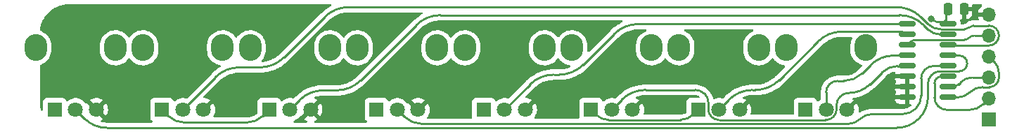
<source format=gbr>
%TF.GenerationSoftware,KiCad,Pcbnew,(6.0.1)*%
%TF.CreationDate,2022-09-16T10:26:10-07:00*%
%TF.ProjectId,8-pots-1-mux-rounded,382d706f-7473-42d3-912d-6d75782d726f,rev?*%
%TF.SameCoordinates,Original*%
%TF.FileFunction,Copper,L1,Top*%
%TF.FilePolarity,Positive*%
%FSLAX46Y46*%
G04 Gerber Fmt 4.6, Leading zero omitted, Abs format (unit mm)*
G04 Created by KiCad (PCBNEW (6.0.1)) date 2022-09-16 10:26:10*
%MOMM*%
%LPD*%
G01*
G04 APERTURE LIST*
G04 Aperture macros list*
%AMRoundRect*
0 Rectangle with rounded corners*
0 $1 Rounding radius*
0 $2 $3 $4 $5 $6 $7 $8 $9 X,Y pos of 4 corners*
0 Add a 4 corners polygon primitive as box body*
4,1,4,$2,$3,$4,$5,$6,$7,$8,$9,$2,$3,0*
0 Add four circle primitives for the rounded corners*
1,1,$1+$1,$2,$3*
1,1,$1+$1,$4,$5*
1,1,$1+$1,$6,$7*
1,1,$1+$1,$8,$9*
0 Add four rect primitives between the rounded corners*
20,1,$1+$1,$2,$3,$4,$5,0*
20,1,$1+$1,$4,$5,$6,$7,0*
20,1,$1+$1,$6,$7,$8,$9,0*
20,1,$1+$1,$8,$9,$2,$3,0*%
G04 Aperture macros list end*
%TA.AperFunction,SMDPad,CuDef*%
%ADD10RoundRect,0.250000X-0.250000X-0.475000X0.250000X-0.475000X0.250000X0.475000X-0.250000X0.475000X0*%
%TD*%
%TA.AperFunction,ComponentPad*%
%ADD11O,2.720000X3.240000*%
%TD*%
%TA.AperFunction,ComponentPad*%
%ADD12R,1.800000X1.800000*%
%TD*%
%TA.AperFunction,ComponentPad*%
%ADD13C,1.800000*%
%TD*%
%TA.AperFunction,SMDPad,CuDef*%
%ADD14RoundRect,0.150000X-0.825000X-0.150000X0.825000X-0.150000X0.825000X0.150000X-0.825000X0.150000X0*%
%TD*%
%TA.AperFunction,ComponentPad*%
%ADD15R,1.700000X1.700000*%
%TD*%
%TA.AperFunction,ComponentPad*%
%ADD16O,1.700000X1.700000*%
%TD*%
%TA.AperFunction,ViaPad*%
%ADD17C,0.800000*%
%TD*%
%TA.AperFunction,Conductor*%
%ADD18C,0.250000*%
%TD*%
G04 APERTURE END LIST*
D10*
%TO.P,C1,1*%
%TO.N,+3V3*%
X202180000Y-26780000D03*
%TO.P,C1,2*%
%TO.N,GND*%
X204080000Y-26780000D03*
%TD*%
D11*
%TO.P,RV5,*%
%TO.N,*%
X143990000Y-31480000D03*
X153590000Y-31480000D03*
D12*
%TO.P,RV5,1,1*%
%TO.N,+3V3*%
X146290000Y-38980000D03*
D13*
%TO.P,RV5,2,2*%
%TO.N,MUX_IN_5*%
X148790000Y-38980000D03*
%TO.P,RV5,3,3*%
%TO.N,GND*%
X151290000Y-38980000D03*
%TD*%
D11*
%TO.P,RV6,*%
%TO.N,*%
X166480000Y-31480000D03*
X156880000Y-31480000D03*
D12*
%TO.P,RV6,1,1*%
%TO.N,+3V3*%
X159180000Y-38980000D03*
D13*
%TO.P,RV6,2,2*%
%TO.N,MUX_IN_6*%
X161680000Y-38980000D03*
%TO.P,RV6,3,3*%
%TO.N,GND*%
X164180000Y-38980000D03*
%TD*%
D11*
%TO.P,RV1,*%
%TO.N,*%
X92340000Y-31480000D03*
X101940000Y-31480000D03*
D12*
%TO.P,RV1,1,1*%
%TO.N,+3V3*%
X94640000Y-38980000D03*
D13*
%TO.P,RV1,2,2*%
%TO.N,MUX_IN_1*%
X97140000Y-38980000D03*
%TO.P,RV1,3,3*%
%TO.N,GND*%
X99640000Y-38980000D03*
%TD*%
D11*
%TO.P,RV7,*%
%TO.N,*%
X179380000Y-31480000D03*
X169780000Y-31480000D03*
D12*
%TO.P,RV7,1,1*%
%TO.N,+3V3*%
X172080000Y-38980000D03*
D13*
%TO.P,RV7,2,2*%
%TO.N,MUX_IN_7*%
X174580000Y-38980000D03*
%TO.P,RV7,3,3*%
%TO.N,GND*%
X177080000Y-38980000D03*
%TD*%
D11*
%TO.P,RV3,*%
%TO.N,*%
X127750000Y-31480000D03*
X118150000Y-31480000D03*
D12*
%TO.P,RV3,1,1*%
%TO.N,+3V3*%
X120450000Y-38980000D03*
D13*
%TO.P,RV3,2,2*%
%TO.N,MUX_IN_3*%
X122950000Y-38980000D03*
%TO.P,RV3,3,3*%
%TO.N,GND*%
X125450000Y-38980000D03*
%TD*%
D14*
%TO.P,U1,1,X4*%
%TO.N,MUX_IN_5*%
X197245000Y-28605000D03*
%TO.P,U1,2,X6*%
%TO.N,MUX_IN_7*%
X197245000Y-29875000D03*
%TO.P,U1,3,X*%
%TO.N,MUX_OUT*%
X197245000Y-31145000D03*
%TO.P,U1,4,X7*%
%TO.N,MUX_IN_8*%
X197245000Y-32415000D03*
%TO.P,U1,5,X5*%
%TO.N,MUX_IN_6*%
X197245000Y-33685000D03*
%TO.P,U1,6,Inh*%
%TO.N,GND*%
X197245000Y-34955000D03*
%TO.P,U1,7,VEE*%
X197245000Y-36225000D03*
%TO.P,U1,8,VSS*%
X197245000Y-37495000D03*
%TO.P,U1,9,C*%
%TO.N,CHANNEL_SELECT_C*%
X202195000Y-37495000D03*
%TO.P,U1,10,B*%
%TO.N,CHANNEL_SELECT_B*%
X202195000Y-36225000D03*
%TO.P,U1,11,A*%
%TO.N,CHANNEL_SELECT_A*%
X202195000Y-34955000D03*
%TO.P,U1,12,X3*%
%TO.N,MUX_IN_4*%
X202195000Y-33685000D03*
%TO.P,U1,13,X0*%
%TO.N,MUX_IN_1*%
X202195000Y-32415000D03*
%TO.P,U1,14,X1*%
%TO.N,MUX_IN_2*%
X202195000Y-31145000D03*
%TO.P,U1,15,X2*%
%TO.N,MUX_IN_3*%
X202195000Y-29875000D03*
%TO.P,U1,16,VDD*%
%TO.N,+3V3*%
X202195000Y-28605000D03*
%TD*%
D11*
%TO.P,RV8,*%
%TO.N,*%
X192300000Y-31480000D03*
X182700000Y-31480000D03*
D12*
%TO.P,RV8,1,1*%
%TO.N,+3V3*%
X185000000Y-38980000D03*
D13*
%TO.P,RV8,2,2*%
%TO.N,MUX_IN_8*%
X187500000Y-38980000D03*
%TO.P,RV8,3,3*%
%TO.N,GND*%
X190000000Y-38980000D03*
%TD*%
D11*
%TO.P,RV4,*%
%TO.N,*%
X131060000Y-31480000D03*
X140660000Y-31480000D03*
D12*
%TO.P,RV4,1,1*%
%TO.N,+3V3*%
X133360000Y-38980000D03*
D13*
%TO.P,RV4,2,2*%
%TO.N,MUX_IN_4*%
X135860000Y-38980000D03*
%TO.P,RV4,3,3*%
%TO.N,GND*%
X138360000Y-38980000D03*
%TD*%
D15*
%TO.P,J1,1,Pin_1*%
%TO.N,+3V3*%
X207120000Y-40150000D03*
D16*
%TO.P,J1,2,Pin_2*%
%TO.N,CHANNEL_SELECT_A*%
X207120000Y-37610000D03*
%TO.P,J1,3,Pin_3*%
%TO.N,CHANNEL_SELECT_B*%
X207120000Y-35070000D03*
%TO.P,J1,4,Pin_4*%
%TO.N,CHANNEL_SELECT_C*%
X207120000Y-32530000D03*
%TO.P,J1,5,Pin_5*%
%TO.N,MUX_OUT*%
X207120000Y-29990000D03*
%TO.P,J1,6,Pin_6*%
%TO.N,GND*%
X207120000Y-27450000D03*
%TD*%
D11*
%TO.P,RV2,*%
%TO.N,*%
X114840000Y-31480000D03*
X105240000Y-31480000D03*
D12*
%TO.P,RV2,1,1*%
%TO.N,+3V3*%
X107540000Y-38980000D03*
D13*
%TO.P,RV2,2,2*%
%TO.N,MUX_IN_2*%
X110040000Y-38980000D03*
%TO.P,RV2,3,3*%
%TO.N,GND*%
X112540000Y-38980000D03*
%TD*%
D17*
%TO.N,+3V3*%
X200150000Y-27960000D03*
%TD*%
D18*
%TO.N,MUX_IN_6*%
X172842255Y-37042255D02*
X172923107Y-37123108D01*
%TO.N,MUX_IN_8*%
X187900000Y-35900000D02*
G75*
G02*
X188865685Y-35500000I965682J-965677D01*
G01*
X192862560Y-33559709D02*
G75*
G02*
X195626135Y-32415000I2763574J-2763576D01*
G01*
X189611135Y-35499999D02*
G75*
G03*
X191849382Y-34572886I-1J3165362D01*
G01*
X187500000Y-36865685D02*
G75*
G02*
X187900000Y-35900000I1365677J3D01*
G01*
%TO.N,MUX_IN_7*%
X196629588Y-29514500D02*
G75*
G02*
X197064750Y-29694750I0J-615412D01*
G01*
X186526855Y-30709844D02*
G75*
G02*
X189412672Y-29514500I2885813J-2885809D01*
G01*
X175775000Y-37785000D02*
G75*
G02*
X178659985Y-36590000I2884983J-2884979D01*
G01*
X178956227Y-36589999D02*
G75*
G03*
X181842043Y-35394654I-4J4081170D01*
G01*
%TO.N,MUX_IN_6*%
X197236464Y-33689999D02*
G75*
G03*
X197242500Y-33687500I-2J8542D01*
G01*
X162884655Y-37775344D02*
G75*
G02*
X165770472Y-36580000I2885813J-2885809D01*
G01*
X174628107Y-40230900D02*
G75*
G02*
X173304511Y-38907304I-1J1323595D01*
G01*
X173304510Y-38043899D02*
G75*
G03*
X172923106Y-37123109I-1302200J-2D01*
G01*
X171726272Y-36580001D02*
G75*
G02*
X172842254Y-37042256I0J-1578239D01*
G01*
X190240000Y-36949999D02*
G75*
G03*
X192783587Y-35896409I-4J3597183D01*
G01*
X188750000Y-38440000D02*
G75*
G02*
X190240000Y-36950000I1489997J3D01*
G01*
X194194504Y-34485495D02*
G75*
G02*
X196115000Y-33690000I1920494J-1920492D01*
G01*
X187449980Y-40230900D02*
G75*
G03*
X188750000Y-38930880I0J1300020D01*
G01*
%TO.N,MUX_IN_5*%
X161987555Y-29800344D02*
G75*
G02*
X164873372Y-28605000I2885813J-2885809D01*
G01*
X151844655Y-35925344D02*
G75*
G02*
X154730472Y-34730000I2885813J-2885809D01*
G01*
X155367427Y-34729999D02*
G75*
G03*
X158253243Y-33534654I-4J4081170D01*
G01*
%TO.N,MUX_IN_4*%
X191579250Y-40110750D02*
G75*
G02*
X193005446Y-39520000I1426191J-1426184D01*
G01*
X198940000Y-35184998D02*
G75*
G02*
X200439998Y-33685000I1499997J1D01*
G01*
X190153053Y-40701500D02*
G75*
G03*
X191579250Y-40110750I-1J2016949D01*
G01*
X198280000Y-38860000D02*
G75*
G03*
X198940000Y-37266619I-1593390J1593385D01*
G01*
X138798784Y-40701500D02*
G75*
G02*
X136720750Y-39840750I2J2938787D01*
G01*
X196686619Y-39520000D02*
G75*
G03*
X198280000Y-38860000I-4J2253390D01*
G01*
%TO.N,MUX_IN_3*%
X201284848Y-29874999D02*
G75*
G02*
X199731121Y-29231425I1J2197304D01*
G01*
X124123750Y-37806250D02*
G75*
G02*
X126957433Y-36632500I2833678J-2833671D01*
G01*
X196354459Y-27520000D02*
G75*
G02*
X199197196Y-28697500I1J-4020235D01*
G01*
X128568627Y-36632499D02*
G75*
G03*
X131454443Y-35437154I-4J4081170D01*
G01*
X138176255Y-28715344D02*
G75*
G02*
X141062072Y-27520000I2885813J-2885809D01*
G01*
%TO.N,MUX_IN_2*%
X119333527Y-33848899D02*
G75*
G03*
X122219343Y-32653554I-4J4081170D01*
G01*
X204705700Y-29012500D02*
G75*
G02*
X205254933Y-28785000I549231J-549228D01*
G01*
X113975755Y-35044244D02*
G75*
G02*
X116861572Y-33848900I2885813J-2885809D01*
G01*
X202293158Y-31202499D02*
G75*
G02*
X202223750Y-31173750I-1J98155D01*
G01*
X207095850Y-28785000D02*
G75*
G02*
X208304600Y-29993750I1J-1208749D01*
G01*
X127127555Y-27745344D02*
G75*
G02*
X130013372Y-26550000I2885813J-2885809D01*
G01*
X207095850Y-31202500D02*
G75*
G03*
X208304600Y-29993750I-1J1208751D01*
G01*
X201356802Y-29239999D02*
G75*
G02*
X199681445Y-28546043I-1J2369311D01*
G01*
X195994927Y-26550000D02*
G75*
G02*
X198880744Y-27745344I4J-4081153D01*
G01*
X204156466Y-29240000D02*
G75*
G03*
X204705700Y-29012500I-4J776743D01*
G01*
%TO.N,MUX_IN_1*%
X203527500Y-34320000D02*
G75*
G03*
X204480000Y-33367500I-1J952501D01*
G01*
X203527500Y-32415000D02*
G75*
G02*
X204480000Y-33367500I1J-952499D01*
G01*
X100894781Y-41179499D02*
G75*
G02*
X98239751Y-40079749I0J3754780D01*
G01*
X198655250Y-40074750D02*
G75*
G03*
X199760000Y-37407647I-2667116J2667108D01*
G01*
X195988147Y-41179499D02*
G75*
G03*
X198655249Y-40074749I-5J3771865D01*
G01*
X199760000Y-35819998D02*
G75*
G02*
X201259998Y-34320000I1499997J1D01*
G01*
%TO.N,MUX_OUT*%
X197562500Y-30827500D02*
G75*
G02*
X198329012Y-30510000I766508J-766502D01*
G01*
X204102304Y-30509999D02*
G75*
G03*
X204729999Y-30249999I-2J887701D01*
G01*
X204730000Y-30250000D02*
G75*
G02*
X205357695Y-29990000I627692J-627686D01*
G01*
%TO.N,CHANNEL_SELECT_C*%
X207150801Y-36245400D02*
G75*
G03*
X208304600Y-35091601I0J1153799D01*
G01*
X203291399Y-37495000D02*
G75*
G03*
X204799800Y-36870200I-5J2133213D01*
G01*
X204799800Y-36870200D02*
G75*
G02*
X206308200Y-36245400I1508397J-1508393D01*
G01*
X208304600Y-34552238D02*
G75*
G03*
X207712300Y-33122300I-2022239J-1D01*
G01*
%TO.N,CHANNEL_SELECT_B*%
X202660000Y-36225000D02*
G75*
G03*
X203453804Y-35896195I-3J1122614D01*
G01*
X203702500Y-35647500D02*
G75*
G02*
X205096708Y-35070000I1394206J-1394203D01*
G01*
%TO.N,CHANNEL_SELECT_A*%
X202039998Y-39000000D02*
G75*
G02*
X200540000Y-37500001I1J1499999D01*
G01*
X200540000Y-35782500D02*
G75*
G02*
X201367500Y-34955000I827500J0D01*
G01*
X204747121Y-39000000D02*
G75*
G03*
X206425000Y-38305000I-3J2372887D01*
G01*
%TO.N,+3V3*%
X169988282Y-40205300D02*
G75*
G03*
X171467350Y-39592650I-4J2091727D01*
G01*
X201890801Y-27273695D02*
G75*
G02*
X202035401Y-26924601I493689J2D01*
G01*
X161271717Y-40205300D02*
G75*
G02*
X159792650Y-39592650I1J2091718D01*
G01*
X117803984Y-40529999D02*
G75*
G03*
X119674999Y-39754999I-1J2646019D01*
G01*
X110186015Y-40529999D02*
G75*
G02*
X108315001Y-39754999I0J2646014D01*
G01*
X200731781Y-28300800D02*
G75*
G02*
X200320400Y-28130400I2J581784D01*
G01*
X201890800Y-28085698D02*
G75*
G02*
X201675698Y-28300800I-215102J0D01*
G01*
X201675698Y-28300801D02*
G75*
G02*
X202042899Y-28452901I2J-519297D01*
G01*
X202042900Y-28452900D02*
G75*
G02*
X201890800Y-28085698I367198J367200D01*
G01*
X200150000Y-27960000D02*
X200320400Y-28130400D01*
X200731781Y-28300800D02*
X201675698Y-28300800D01*
%TO.N,MUX_IN_3*%
X126957433Y-36632500D02*
X128568627Y-36632500D01*
X131454444Y-35437155D02*
X138176255Y-28715344D01*
X196354459Y-27520000D02*
X141062072Y-27520000D01*
X199731121Y-29231425D02*
X199197196Y-28697500D01*
X201284848Y-29875000D02*
X202195000Y-29875000D01*
%TO.N,MUX_IN_2*%
X202223750Y-31173750D02*
X202195000Y-31145000D01*
X205254933Y-28785000D02*
X207095850Y-28785000D01*
X201356802Y-29240000D02*
X204156466Y-29240000D01*
X199681444Y-28546044D02*
X198880744Y-27745344D01*
X130013372Y-26550000D02*
X195994927Y-26550000D01*
X122219344Y-32653555D02*
X127127555Y-27745344D01*
X119333527Y-33848900D02*
X116861572Y-33848900D01*
X113975755Y-35044244D02*
X110040000Y-38980000D01*
%TO.N,MUX_IN_3*%
X124123750Y-37806250D02*
X122950000Y-38980000D01*
%TO.N,MUX_IN_2*%
X202293158Y-31202500D02*
X207095850Y-31202500D01*
%TO.N,+3V3*%
X169988282Y-40205300D02*
X161271717Y-40205300D01*
X119675000Y-39755000D02*
X120450000Y-38980000D01*
X201890800Y-27273695D02*
X201890800Y-28085698D01*
X117803984Y-40530000D02*
X110186015Y-40530000D01*
X171467350Y-39592650D02*
X172080000Y-38980000D01*
X108315000Y-39755000D02*
X107540000Y-38980000D01*
X159792650Y-39592650D02*
X159180000Y-38980000D01*
X202035400Y-26924600D02*
X202180000Y-26780000D01*
X202042900Y-28452900D02*
X202195000Y-28605000D01*
%TO.N,CHANNEL_SELECT_A*%
X206425000Y-38305000D02*
X207120000Y-37610000D01*
X201367500Y-34955000D02*
X202195000Y-34955000D01*
X202039998Y-39000000D02*
X204747121Y-39000000D01*
X200540000Y-37500001D02*
X200540000Y-35782500D01*
%TO.N,CHANNEL_SELECT_B*%
X202660000Y-36225000D02*
X202195000Y-36225000D01*
X203453804Y-35896195D02*
X203702500Y-35647500D01*
X205096708Y-35070000D02*
X207120000Y-35070000D01*
%TO.N,CHANNEL_SELECT_C*%
X208304600Y-35091601D02*
X208304600Y-34552238D01*
X203291399Y-37495000D02*
X202195000Y-37495000D01*
X207150801Y-36245400D02*
X206308200Y-36245400D01*
X207712300Y-33122300D02*
X207120000Y-32530000D01*
%TO.N,MUX_OUT*%
X205357695Y-29990000D02*
X207120000Y-29990000D01*
X198329012Y-30510000D02*
X204102304Y-30510000D01*
X197562500Y-30827500D02*
X197245000Y-31145000D01*
%TO.N,MUX_IN_1*%
X203527500Y-32415000D02*
X202195000Y-32415000D01*
X199760000Y-37407647D02*
X199760000Y-35819998D01*
X100894781Y-41179500D02*
X195988147Y-41179500D01*
X98239750Y-40079750D02*
X97140000Y-38980000D01*
X203527500Y-34320000D02*
X201259998Y-34320000D01*
%TO.N,MUX_IN_4*%
X193005446Y-39520000D02*
X196686619Y-39520000D01*
X190153053Y-40701500D02*
X138798784Y-40701500D01*
X200439998Y-33685000D02*
X202195000Y-33685000D01*
X136720750Y-39840750D02*
X135860000Y-38980000D01*
X198940000Y-35184998D02*
X198940000Y-37266619D01*
%TO.N,MUX_IN_5*%
X151844655Y-35925344D02*
X148790000Y-38980000D01*
X154730472Y-34730000D02*
X155367427Y-34730000D01*
X161987555Y-29800344D02*
X158253244Y-33534655D01*
X164873372Y-28605000D02*
X197245000Y-28605000D01*
%TO.N,MUX_IN_6*%
X188750000Y-38440000D02*
X188750000Y-38930880D01*
X197242500Y-33687500D02*
X197245000Y-33685000D01*
X192783588Y-35896410D02*
X194194504Y-34485495D01*
X162884655Y-37775344D02*
X161680000Y-38980000D01*
X197236464Y-33690000D02*
X196115000Y-33690000D01*
X174628107Y-40230900D02*
X187449980Y-40230900D01*
X173304511Y-38907304D02*
X173304511Y-38043899D01*
X165770472Y-36580000D02*
X171726272Y-36580000D01*
%TO.N,MUX_IN_7*%
X196629588Y-29514500D02*
X189412672Y-29514500D01*
X178659985Y-36590000D02*
X178956227Y-36590000D01*
X197064750Y-29694750D02*
X197245000Y-29875000D01*
X175775000Y-37785000D02*
X174580000Y-38980000D01*
X186526855Y-30709844D02*
X181842044Y-35394655D01*
%TO.N,MUX_IN_8*%
X192862560Y-33559709D02*
X191849383Y-34572887D01*
X188865685Y-35500000D02*
X189611135Y-35500000D01*
X195626135Y-32415000D02*
X197245000Y-32415000D01*
X187500000Y-36865685D02*
X187500000Y-38980000D01*
%TD*%
%TA.AperFunction,Conductor*%
%TO.N,GND*%
G36*
X127816022Y-26187991D02*
G01*
X127884143Y-26207993D01*
X127930636Y-26261649D01*
X127940739Y-26331923D01*
X127911246Y-26396503D01*
X127873270Y-26426221D01*
X127871309Y-26427125D01*
X127869170Y-26428323D01*
X127869160Y-26428328D01*
X127556363Y-26603503D01*
X127548067Y-26608149D01*
X127546014Y-26609521D01*
X127546012Y-26609522D01*
X127288445Y-26781623D01*
X127240025Y-26813976D01*
X126949081Y-27043338D01*
X126701560Y-27272145D01*
X126691693Y-27280372D01*
X126689866Y-27281744D01*
X126685861Y-27284751D01*
X126676312Y-27294102D01*
X126657090Y-27318618D01*
X126647039Y-27329956D01*
X121806762Y-32170232D01*
X121794371Y-32181099D01*
X121772852Y-32197611D01*
X121768103Y-32203539D01*
X121759625Y-32214121D01*
X121745907Y-32228700D01*
X121525286Y-32428658D01*
X121515728Y-32436502D01*
X121253920Y-32630673D01*
X121243639Y-32637543D01*
X121156771Y-32689610D01*
X120975246Y-32798412D01*
X120964054Y-32805120D01*
X120953153Y-32810947D01*
X120901407Y-32835421D01*
X120658485Y-32950314D01*
X120647061Y-32955046D01*
X120340156Y-33064858D01*
X120328324Y-33068447D01*
X120118113Y-33121103D01*
X120012129Y-33147651D01*
X120000008Y-33150061D01*
X119677574Y-33197889D01*
X119665280Y-33199100D01*
X119638994Y-33200392D01*
X119569974Y-33183757D01*
X119520905Y-33132447D01*
X119507365Y-33062754D01*
X119533654Y-32996803D01*
X119540737Y-32988532D01*
X119604921Y-32919824D01*
X119604923Y-32919821D01*
X119608037Y-32916488D01*
X119762598Y-32693688D01*
X119792112Y-32634363D01*
X119881346Y-32454997D01*
X119881347Y-32454994D01*
X119883379Y-32450910D01*
X119967847Y-32193240D01*
X119974488Y-32154992D01*
X120013579Y-31929856D01*
X120013580Y-31929848D01*
X120014235Y-31926075D01*
X120017614Y-31858193D01*
X120018422Y-31841971D01*
X120018422Y-31841963D01*
X120018500Y-31840400D01*
X120018500Y-31151116D01*
X120017948Y-31143500D01*
X120004205Y-30954100D01*
X120003875Y-30949549D01*
X119999773Y-30930968D01*
X119946400Y-30689223D01*
X119946399Y-30689219D01*
X119945415Y-30684763D01*
X119849345Y-30431190D01*
X119738672Y-30231941D01*
X119719894Y-30198134D01*
X119719893Y-30198133D01*
X119717676Y-30194141D01*
X119585601Y-30021082D01*
X119555939Y-29982215D01*
X119555938Y-29982214D01*
X119553167Y-29978583D01*
X119359264Y-29789030D01*
X119344765Y-29778476D01*
X119143721Y-29632141D01*
X119140028Y-29629453D01*
X118900053Y-29503196D01*
X118895752Y-29501677D01*
X118895747Y-29501675D01*
X118762363Y-29454573D01*
X118644366Y-29412904D01*
X118523295Y-29389041D01*
X118382794Y-29361348D01*
X118382788Y-29361347D01*
X118378322Y-29360467D01*
X118373768Y-29360240D01*
X118373766Y-29360240D01*
X118112064Y-29347211D01*
X118112058Y-29347211D01*
X118107495Y-29346984D01*
X117837559Y-29372738D01*
X117833130Y-29373822D01*
X117833123Y-29373823D01*
X117703069Y-29405648D01*
X117574168Y-29437190D01*
X117569933Y-29438905D01*
X117569931Y-29438906D01*
X117327069Y-29537275D01*
X117322840Y-29538988D01*
X117088839Y-29676001D01*
X116995683Y-29750500D01*
X116913336Y-29816355D01*
X116877068Y-29845359D01*
X116873947Y-29848700D01*
X116709033Y-30025239D01*
X116691963Y-30043512D01*
X116602083Y-30173075D01*
X116600528Y-30175316D01*
X116545265Y-30219887D01*
X116474678Y-30227504D01*
X116411178Y-30195750D01*
X116396837Y-30179939D01*
X116388071Y-30168452D01*
X116243167Y-29978583D01*
X116049264Y-29789030D01*
X116034765Y-29778476D01*
X115833721Y-29632141D01*
X115830028Y-29629453D01*
X115590053Y-29503196D01*
X115585752Y-29501677D01*
X115585747Y-29501675D01*
X115452363Y-29454573D01*
X115334366Y-29412904D01*
X115213295Y-29389041D01*
X115072794Y-29361348D01*
X115072788Y-29361347D01*
X115068322Y-29360467D01*
X115063768Y-29360240D01*
X115063766Y-29360240D01*
X114802064Y-29347211D01*
X114802058Y-29347211D01*
X114797495Y-29346984D01*
X114527559Y-29372738D01*
X114523130Y-29373822D01*
X114523123Y-29373823D01*
X114393069Y-29405648D01*
X114264168Y-29437190D01*
X114259933Y-29438905D01*
X114259931Y-29438906D01*
X114017069Y-29537275D01*
X114012840Y-29538988D01*
X113778839Y-29676001D01*
X113685683Y-29750500D01*
X113603336Y-29816355D01*
X113567068Y-29845359D01*
X113563947Y-29848700D01*
X113399033Y-30025239D01*
X113381963Y-30043512D01*
X113227402Y-30266312D01*
X113225374Y-30270388D01*
X113225373Y-30270390D01*
X113143252Y-30435460D01*
X113106621Y-30509090D01*
X113022153Y-30766760D01*
X113021373Y-30771251D01*
X113021373Y-30771252D01*
X112992987Y-30934739D01*
X112975765Y-31033925D01*
X112971500Y-31119600D01*
X112971500Y-31808884D01*
X112971665Y-31811152D01*
X112971665Y-31811164D01*
X112980528Y-31933309D01*
X112986125Y-32010451D01*
X112987109Y-32014906D01*
X112987109Y-32014909D01*
X113043338Y-32269588D01*
X113044585Y-32275237D01*
X113140655Y-32528810D01*
X113201051Y-32637543D01*
X113261837Y-32746978D01*
X113272324Y-32765859D01*
X113277924Y-32773197D01*
X113430238Y-32972775D01*
X113436833Y-32981417D01*
X113440099Y-32984610D01*
X113440101Y-32984612D01*
X113524322Y-33066943D01*
X113630736Y-33170970D01*
X113634428Y-33173657D01*
X113634430Y-33173659D01*
X113739420Y-33250079D01*
X113849972Y-33330547D01*
X114089947Y-33456804D01*
X114094248Y-33458323D01*
X114094253Y-33458325D01*
X114173912Y-33486455D01*
X114345634Y-33547096D01*
X114350101Y-33547976D01*
X114350103Y-33547977D01*
X114385751Y-33555003D01*
X114522512Y-33581958D01*
X114585478Y-33614756D01*
X114620718Y-33676389D01*
X114617042Y-33747291D01*
X114575617Y-33804949D01*
X114559712Y-33815514D01*
X114398439Y-33905832D01*
X114398427Y-33905839D01*
X114396267Y-33907049D01*
X114394214Y-33908421D01*
X114394212Y-33908422D01*
X114114371Y-34095406D01*
X114088225Y-34112876D01*
X113797281Y-34342238D01*
X113549760Y-34571045D01*
X113539893Y-34579272D01*
X113534061Y-34583651D01*
X113524512Y-34593002D01*
X113505290Y-34617518D01*
X113495239Y-34628856D01*
X110538112Y-37585983D01*
X110475800Y-37620009D01*
X110411087Y-37615924D01*
X110410906Y-37616610D01*
X110407437Y-37615694D01*
X110406967Y-37615664D01*
X110405914Y-37615291D01*
X110405900Y-37615287D01*
X110401028Y-37613562D01*
X110395935Y-37612655D01*
X110395932Y-37612654D01*
X110178095Y-37573851D01*
X110178089Y-37573850D01*
X110173006Y-37572945D01*
X110100096Y-37572054D01*
X109946581Y-37570179D01*
X109946579Y-37570179D01*
X109941411Y-37570116D01*
X109712464Y-37605150D01*
X109492314Y-37677106D01*
X109487726Y-37679494D01*
X109487722Y-37679496D01*
X109311868Y-37771040D01*
X109286872Y-37784052D01*
X109282739Y-37787155D01*
X109282736Y-37787157D01*
X109101655Y-37923117D01*
X109100976Y-37922213D01*
X109041730Y-37950131D01*
X108971341Y-37940869D01*
X108917132Y-37895022D01*
X108904325Y-37869866D01*
X108893768Y-37841705D01*
X108893767Y-37841703D01*
X108890615Y-37833295D01*
X108803261Y-37716739D01*
X108686705Y-37629385D01*
X108550316Y-37578255D01*
X108488134Y-37571500D01*
X106591866Y-37571500D01*
X106529684Y-37578255D01*
X106393295Y-37629385D01*
X106276739Y-37716739D01*
X106189385Y-37833295D01*
X106138255Y-37969684D01*
X106131500Y-38031866D01*
X106131500Y-39928134D01*
X106138255Y-39990316D01*
X106189385Y-40126705D01*
X106276739Y-40243261D01*
X106283919Y-40248642D01*
X106283920Y-40248643D01*
X106378029Y-40319174D01*
X106420544Y-40376033D01*
X106425570Y-40446852D01*
X106391510Y-40509145D01*
X106329179Y-40543135D01*
X106302464Y-40546000D01*
X100944799Y-40546000D01*
X100928353Y-40544922D01*
X100908995Y-40542373D01*
X100908991Y-40542373D01*
X100901464Y-40541382D01*
X100893917Y-40542215D01*
X100893910Y-40542215D01*
X100880442Y-40543702D01*
X100860437Y-40544311D01*
X100704004Y-40536626D01*
X100595020Y-40531272D01*
X100582724Y-40530062D01*
X100291965Y-40486931D01*
X100279847Y-40484521D01*
X100276481Y-40483677D01*
X100215266Y-40447717D01*
X100183211Y-40384369D01*
X100190492Y-40313747D01*
X100234799Y-40258272D01*
X100251678Y-40248305D01*
X100358788Y-40195833D01*
X100367636Y-40190559D01*
X100425097Y-40149572D01*
X100433497Y-40138874D01*
X100426509Y-40125720D01*
X99281922Y-38981132D01*
X100004408Y-38981132D01*
X100004539Y-38982966D01*
X100008790Y-38989580D01*
X100786307Y-39767096D01*
X100798313Y-39773652D01*
X100810052Y-39764684D01*
X100848010Y-39711859D01*
X100853321Y-39703020D01*
X100951318Y-39504737D01*
X100955117Y-39495142D01*
X101019415Y-39283517D01*
X101021594Y-39273436D01*
X101050702Y-39052338D01*
X101051221Y-39045663D01*
X101052744Y-38983364D01*
X101052550Y-38976646D01*
X101034279Y-38754400D01*
X101032596Y-38744238D01*
X100978710Y-38529708D01*
X100975389Y-38519953D01*
X100887193Y-38317118D01*
X100882315Y-38308020D01*
X100809224Y-38195038D01*
X100798538Y-38185835D01*
X100788973Y-38190238D01*
X100012021Y-38967189D01*
X100004408Y-38981132D01*
X99281922Y-38981132D01*
X99280790Y-38980000D01*
X98493864Y-38193075D01*
X98482330Y-38186777D01*
X98472876Y-38194184D01*
X98406917Y-38220450D01*
X98337228Y-38206887D01*
X98289377Y-38163440D01*
X98262571Y-38122004D01*
X98259764Y-38117665D01*
X98254820Y-38112231D01*
X98170973Y-38020085D01*
X98103887Y-37946358D01*
X98099836Y-37943159D01*
X98099832Y-37943155D01*
X97944790Y-37820711D01*
X98845508Y-37820711D01*
X98852251Y-37833040D01*
X99627189Y-38607979D01*
X99641132Y-38615592D01*
X99642966Y-38615461D01*
X99649580Y-38611210D01*
X100428994Y-37831795D01*
X100436011Y-37818944D01*
X100428237Y-37808274D01*
X100425902Y-37806430D01*
X100417320Y-37800729D01*
X100223678Y-37693833D01*
X100214272Y-37689606D01*
X100005772Y-37615772D01*
X99995809Y-37613140D01*
X99778047Y-37574350D01*
X99767796Y-37573381D01*
X99546616Y-37570679D01*
X99536332Y-37571399D01*
X99317693Y-37604855D01*
X99307666Y-37607244D01*
X99097426Y-37675961D01*
X99087916Y-37679958D01*
X98891725Y-37782089D01*
X98883007Y-37787578D01*
X98853961Y-37809386D01*
X98845508Y-37820711D01*
X97944790Y-37820711D01*
X97926177Y-37806011D01*
X97926172Y-37806008D01*
X97922123Y-37802810D01*
X97917607Y-37800317D01*
X97917604Y-37800315D01*
X97723879Y-37693373D01*
X97723875Y-37693371D01*
X97719355Y-37690876D01*
X97714486Y-37689152D01*
X97714482Y-37689150D01*
X97505903Y-37615288D01*
X97505899Y-37615287D01*
X97501028Y-37613562D01*
X97495935Y-37612655D01*
X97495932Y-37612654D01*
X97278095Y-37573851D01*
X97278089Y-37573850D01*
X97273006Y-37572945D01*
X97200096Y-37572054D01*
X97046581Y-37570179D01*
X97046579Y-37570179D01*
X97041411Y-37570116D01*
X96812464Y-37605150D01*
X96592314Y-37677106D01*
X96587726Y-37679494D01*
X96587722Y-37679496D01*
X96411868Y-37771040D01*
X96386872Y-37784052D01*
X96382739Y-37787155D01*
X96382736Y-37787157D01*
X96201655Y-37923117D01*
X96200976Y-37922213D01*
X96141730Y-37950131D01*
X96071341Y-37940869D01*
X96017132Y-37895022D01*
X96004325Y-37869866D01*
X95993768Y-37841705D01*
X95993767Y-37841703D01*
X95990615Y-37833295D01*
X95903261Y-37716739D01*
X95786705Y-37629385D01*
X95650316Y-37578255D01*
X95588134Y-37571500D01*
X93691866Y-37571500D01*
X93629684Y-37578255D01*
X93493295Y-37629385D01*
X93376739Y-37716739D01*
X93289385Y-37833295D01*
X93238255Y-37969684D01*
X93231500Y-38031866D01*
X93231500Y-38985020D01*
X93211498Y-39053141D01*
X93157842Y-39099634D01*
X93087568Y-39109738D01*
X93022988Y-39080244D01*
X92986864Y-39027464D01*
X92980437Y-39009500D01*
X92976849Y-38997672D01*
X92896589Y-38677259D01*
X92894177Y-38665131D01*
X92878040Y-38556343D01*
X92845710Y-38338395D01*
X92844499Y-38326095D01*
X92843813Y-38312131D01*
X92830097Y-38032934D01*
X92831446Y-38007370D01*
X92833174Y-37996270D01*
X92830715Y-37977461D01*
X92829052Y-37964749D01*
X92827988Y-37948411D01*
X92827988Y-33642548D01*
X92847990Y-33574427D01*
X92901646Y-33527934D01*
X92913155Y-33523465D01*
X92915832Y-33522810D01*
X92920058Y-33521098D01*
X92920062Y-33521097D01*
X93162931Y-33422725D01*
X93162932Y-33422725D01*
X93167160Y-33421012D01*
X93401161Y-33283999D01*
X93569943Y-33149020D01*
X93609366Y-33117493D01*
X93609368Y-33117492D01*
X93612932Y-33114641D01*
X93659105Y-33065213D01*
X93794921Y-32919824D01*
X93794923Y-32919821D01*
X93798037Y-32916488D01*
X93952598Y-32693688D01*
X93982112Y-32634363D01*
X94071346Y-32454997D01*
X94071347Y-32454994D01*
X94073379Y-32450910D01*
X94157847Y-32193240D01*
X94164488Y-32154992D01*
X94203579Y-31929856D01*
X94203580Y-31929848D01*
X94204235Y-31926075D01*
X94207614Y-31858193D01*
X94208422Y-31841971D01*
X94208422Y-31841963D01*
X94208500Y-31840400D01*
X94208500Y-31808884D01*
X100071500Y-31808884D01*
X100071665Y-31811152D01*
X100071665Y-31811164D01*
X100080528Y-31933309D01*
X100086125Y-32010451D01*
X100087109Y-32014906D01*
X100087109Y-32014909D01*
X100143338Y-32269588D01*
X100144585Y-32275237D01*
X100240655Y-32528810D01*
X100301051Y-32637543D01*
X100361837Y-32746978D01*
X100372324Y-32765859D01*
X100377924Y-32773197D01*
X100530238Y-32972775D01*
X100536833Y-32981417D01*
X100540099Y-32984610D01*
X100540101Y-32984612D01*
X100624322Y-33066943D01*
X100730736Y-33170970D01*
X100734428Y-33173657D01*
X100734430Y-33173659D01*
X100839420Y-33250079D01*
X100949972Y-33330547D01*
X101189947Y-33456804D01*
X101194248Y-33458323D01*
X101194253Y-33458325D01*
X101273912Y-33486455D01*
X101445634Y-33547096D01*
X101543653Y-33566415D01*
X101707206Y-33598652D01*
X101707212Y-33598653D01*
X101711678Y-33599533D01*
X101716232Y-33599760D01*
X101716234Y-33599760D01*
X101977936Y-33612789D01*
X101977942Y-33612789D01*
X101982505Y-33613016D01*
X102252441Y-33587262D01*
X102256870Y-33586178D01*
X102256877Y-33586177D01*
X102416584Y-33547096D01*
X102515832Y-33522810D01*
X102535216Y-33514959D01*
X102762931Y-33422725D01*
X102762932Y-33422725D01*
X102767160Y-33421012D01*
X103001161Y-33283999D01*
X103169943Y-33149020D01*
X103209366Y-33117493D01*
X103209368Y-33117492D01*
X103212932Y-33114641D01*
X103259105Y-33065213D01*
X103394921Y-32919824D01*
X103394923Y-32919821D01*
X103398037Y-32916488D01*
X103484711Y-32791547D01*
X103539973Y-32746978D01*
X103610560Y-32739360D01*
X103674060Y-32771114D01*
X103688401Y-32786925D01*
X103830238Y-32972775D01*
X103836833Y-32981417D01*
X103840099Y-32984610D01*
X103840101Y-32984612D01*
X103924322Y-33066943D01*
X104030736Y-33170970D01*
X104034428Y-33173657D01*
X104034430Y-33173659D01*
X104139420Y-33250079D01*
X104249972Y-33330547D01*
X104489947Y-33456804D01*
X104494248Y-33458323D01*
X104494253Y-33458325D01*
X104573912Y-33486455D01*
X104745634Y-33547096D01*
X104843653Y-33566415D01*
X105007206Y-33598652D01*
X105007212Y-33598653D01*
X105011678Y-33599533D01*
X105016232Y-33599760D01*
X105016234Y-33599760D01*
X105277936Y-33612789D01*
X105277942Y-33612789D01*
X105282505Y-33613016D01*
X105552441Y-33587262D01*
X105556870Y-33586178D01*
X105556877Y-33586177D01*
X105716584Y-33547096D01*
X105815832Y-33522810D01*
X105835216Y-33514959D01*
X106062931Y-33422725D01*
X106062932Y-33422725D01*
X106067160Y-33421012D01*
X106301161Y-33283999D01*
X106469943Y-33149020D01*
X106509366Y-33117493D01*
X106509368Y-33117492D01*
X106512932Y-33114641D01*
X106559105Y-33065213D01*
X106694921Y-32919824D01*
X106694923Y-32919821D01*
X106698037Y-32916488D01*
X106852598Y-32693688D01*
X106882112Y-32634363D01*
X106971346Y-32454997D01*
X106971347Y-32454994D01*
X106973379Y-32450910D01*
X107057847Y-32193240D01*
X107064488Y-32154992D01*
X107103579Y-31929856D01*
X107103580Y-31929848D01*
X107104235Y-31926075D01*
X107107614Y-31858193D01*
X107108422Y-31841971D01*
X107108422Y-31841963D01*
X107108500Y-31840400D01*
X107108500Y-31151116D01*
X107107948Y-31143500D01*
X107094205Y-30954100D01*
X107093875Y-30949549D01*
X107089773Y-30930968D01*
X107036400Y-30689223D01*
X107036399Y-30689219D01*
X107035415Y-30684763D01*
X106939345Y-30431190D01*
X106828672Y-30231941D01*
X106809894Y-30198134D01*
X106809893Y-30198133D01*
X106807676Y-30194141D01*
X106675601Y-30021082D01*
X106645939Y-29982215D01*
X106645938Y-29982214D01*
X106643167Y-29978583D01*
X106449264Y-29789030D01*
X106434765Y-29778476D01*
X106233721Y-29632141D01*
X106230028Y-29629453D01*
X105990053Y-29503196D01*
X105985752Y-29501677D01*
X105985747Y-29501675D01*
X105852363Y-29454573D01*
X105734366Y-29412904D01*
X105613295Y-29389041D01*
X105472794Y-29361348D01*
X105472788Y-29361347D01*
X105468322Y-29360467D01*
X105463768Y-29360240D01*
X105463766Y-29360240D01*
X105202064Y-29347211D01*
X105202058Y-29347211D01*
X105197495Y-29346984D01*
X104927559Y-29372738D01*
X104923130Y-29373822D01*
X104923123Y-29373823D01*
X104793069Y-29405648D01*
X104664168Y-29437190D01*
X104659933Y-29438905D01*
X104659931Y-29438906D01*
X104417069Y-29537275D01*
X104412840Y-29538988D01*
X104178839Y-29676001D01*
X104085683Y-29750500D01*
X104003336Y-29816355D01*
X103967068Y-29845359D01*
X103963947Y-29848700D01*
X103799033Y-30025239D01*
X103781963Y-30043512D01*
X103696845Y-30166211D01*
X103695290Y-30168452D01*
X103640027Y-30213022D01*
X103569440Y-30220640D01*
X103505940Y-30188886D01*
X103491599Y-30173075D01*
X103345939Y-29982215D01*
X103345938Y-29982214D01*
X103343167Y-29978583D01*
X103149264Y-29789030D01*
X103134765Y-29778476D01*
X102933721Y-29632141D01*
X102930028Y-29629453D01*
X102690053Y-29503196D01*
X102685752Y-29501677D01*
X102685747Y-29501675D01*
X102552363Y-29454573D01*
X102434366Y-29412904D01*
X102313295Y-29389041D01*
X102172794Y-29361348D01*
X102172788Y-29361347D01*
X102168322Y-29360467D01*
X102163768Y-29360240D01*
X102163766Y-29360240D01*
X101902064Y-29347211D01*
X101902058Y-29347211D01*
X101897495Y-29346984D01*
X101627559Y-29372738D01*
X101623130Y-29373822D01*
X101623123Y-29373823D01*
X101493069Y-29405648D01*
X101364168Y-29437190D01*
X101359933Y-29438905D01*
X101359931Y-29438906D01*
X101117069Y-29537275D01*
X101112840Y-29538988D01*
X100878839Y-29676001D01*
X100785683Y-29750500D01*
X100703336Y-29816355D01*
X100667068Y-29845359D01*
X100663947Y-29848700D01*
X100499033Y-30025239D01*
X100481963Y-30043512D01*
X100327402Y-30266312D01*
X100325374Y-30270388D01*
X100325373Y-30270390D01*
X100243252Y-30435460D01*
X100206621Y-30509090D01*
X100122153Y-30766760D01*
X100121373Y-30771251D01*
X100121373Y-30771252D01*
X100092987Y-30934739D01*
X100075765Y-31033925D01*
X100071500Y-31119600D01*
X100071500Y-31808884D01*
X94208500Y-31808884D01*
X94208500Y-31151116D01*
X94207948Y-31143500D01*
X94194205Y-30954100D01*
X94193875Y-30949549D01*
X94189773Y-30930968D01*
X94136400Y-30689223D01*
X94136399Y-30689219D01*
X94135415Y-30684763D01*
X94039345Y-30431190D01*
X93928672Y-30231941D01*
X93909894Y-30198134D01*
X93909893Y-30198133D01*
X93907676Y-30194141D01*
X93775601Y-30021082D01*
X93745939Y-29982215D01*
X93745938Y-29982214D01*
X93743167Y-29978583D01*
X93549264Y-29789030D01*
X93534765Y-29778476D01*
X93333721Y-29632141D01*
X93330028Y-29629453D01*
X93090053Y-29503196D01*
X93085752Y-29501677D01*
X93085747Y-29501675D01*
X92931604Y-29447242D01*
X92874031Y-29405698D01*
X92848058Y-29339623D01*
X92848924Y-29309944D01*
X92881592Y-29089709D01*
X92894178Y-29004866D01*
X92896589Y-28992741D01*
X92910782Y-28936082D01*
X92927936Y-28867596D01*
X92976849Y-28672328D01*
X92980438Y-28660496D01*
X93091716Y-28349493D01*
X93096448Y-28338069D01*
X93237674Y-28039471D01*
X93243503Y-28028566D01*
X93252146Y-28014147D01*
X93353016Y-27845855D01*
X93413318Y-27745248D01*
X93420188Y-27734967D01*
X93616951Y-27469663D01*
X93624795Y-27460105D01*
X93846617Y-27215361D01*
X93855361Y-27206617D01*
X94100105Y-26984795D01*
X94109663Y-26976951D01*
X94374967Y-26780188D01*
X94385248Y-26773318D01*
X94668566Y-26603503D01*
X94679471Y-26597674D01*
X94681474Y-26596727D01*
X94859658Y-26512452D01*
X94978069Y-26456448D01*
X94989493Y-26451716D01*
X95300496Y-26340438D01*
X95312328Y-26336849D01*
X95612541Y-26261649D01*
X95632744Y-26256588D01*
X95644866Y-26254178D01*
X95971605Y-26205710D01*
X95983899Y-26204500D01*
X96277066Y-26190097D01*
X96302630Y-26191446D01*
X96313730Y-26193174D01*
X96322632Y-26192010D01*
X96322635Y-26192010D01*
X96345251Y-26189052D01*
X96361589Y-26187988D01*
X96772543Y-26187988D01*
X127816022Y-26187991D01*
G37*
%TD.AperFunction*%
%TA.AperFunction,Conductor*%
G36*
X162937997Y-28173502D02*
G01*
X162984490Y-28227158D01*
X162994594Y-28297432D01*
X162965100Y-28362012D01*
X162922627Y-28393926D01*
X162731309Y-28482125D01*
X162729170Y-28483323D01*
X162729160Y-28483328D01*
X162509221Y-28606500D01*
X162408067Y-28663149D01*
X162406014Y-28664521D01*
X162406012Y-28664522D01*
X162394330Y-28672328D01*
X162100025Y-28868976D01*
X161809081Y-29098338D01*
X161561560Y-29327145D01*
X161551693Y-29335372D01*
X161545861Y-29339751D01*
X161536312Y-29349102D01*
X161517779Y-29372738D01*
X161517101Y-29373603D01*
X161507042Y-29384952D01*
X158963595Y-31928399D01*
X158901283Y-31962425D01*
X158830468Y-31957360D01*
X158773632Y-31914813D01*
X158748821Y-31848293D01*
X158748500Y-31839304D01*
X158748500Y-31151116D01*
X158747948Y-31143500D01*
X158734205Y-30954100D01*
X158733875Y-30949549D01*
X158729773Y-30930968D01*
X158676400Y-30689223D01*
X158676399Y-30689219D01*
X158675415Y-30684763D01*
X158579345Y-30431190D01*
X158468672Y-30231941D01*
X158449894Y-30198134D01*
X158449893Y-30198133D01*
X158447676Y-30194141D01*
X158315601Y-30021082D01*
X158285939Y-29982215D01*
X158285938Y-29982214D01*
X158283167Y-29978583D01*
X158089264Y-29789030D01*
X158074765Y-29778476D01*
X157873721Y-29632141D01*
X157870028Y-29629453D01*
X157630053Y-29503196D01*
X157625752Y-29501677D01*
X157625747Y-29501675D01*
X157492363Y-29454573D01*
X157374366Y-29412904D01*
X157253295Y-29389041D01*
X157112794Y-29361348D01*
X157112788Y-29361347D01*
X157108322Y-29360467D01*
X157103768Y-29360240D01*
X157103766Y-29360240D01*
X156842064Y-29347211D01*
X156842058Y-29347211D01*
X156837495Y-29346984D01*
X156567559Y-29372738D01*
X156563130Y-29373822D01*
X156563123Y-29373823D01*
X156433069Y-29405648D01*
X156304168Y-29437190D01*
X156299933Y-29438905D01*
X156299931Y-29438906D01*
X156057069Y-29537275D01*
X156052840Y-29538988D01*
X155818839Y-29676001D01*
X155725683Y-29750500D01*
X155643336Y-29816355D01*
X155607068Y-29845359D01*
X155603947Y-29848700D01*
X155439033Y-30025239D01*
X155421963Y-30043512D01*
X155419363Y-30047260D01*
X155340051Y-30161588D01*
X155284787Y-30206159D01*
X155214201Y-30213776D01*
X155150701Y-30182022D01*
X155136360Y-30166211D01*
X155135825Y-30165509D01*
X154993167Y-29978583D01*
X154799264Y-29789030D01*
X154784765Y-29778476D01*
X154583721Y-29632141D01*
X154580028Y-29629453D01*
X154340053Y-29503196D01*
X154335752Y-29501677D01*
X154335747Y-29501675D01*
X154202363Y-29454573D01*
X154084366Y-29412904D01*
X153963295Y-29389041D01*
X153822794Y-29361348D01*
X153822788Y-29361347D01*
X153818322Y-29360467D01*
X153813768Y-29360240D01*
X153813766Y-29360240D01*
X153552064Y-29347211D01*
X153552058Y-29347211D01*
X153547495Y-29346984D01*
X153277559Y-29372738D01*
X153273130Y-29373822D01*
X153273123Y-29373823D01*
X153143069Y-29405648D01*
X153014168Y-29437190D01*
X153009933Y-29438905D01*
X153009931Y-29438906D01*
X152767069Y-29537275D01*
X152762840Y-29538988D01*
X152528839Y-29676001D01*
X152435683Y-29750500D01*
X152353336Y-29816355D01*
X152317068Y-29845359D01*
X152313947Y-29848700D01*
X152149033Y-30025239D01*
X152131963Y-30043512D01*
X151977402Y-30266312D01*
X151975374Y-30270388D01*
X151975373Y-30270390D01*
X151893252Y-30435460D01*
X151856621Y-30509090D01*
X151772153Y-30766760D01*
X151771373Y-30771251D01*
X151771373Y-30771252D01*
X151742987Y-30934739D01*
X151725765Y-31033925D01*
X151721500Y-31119600D01*
X151721500Y-31808884D01*
X151721665Y-31811152D01*
X151721665Y-31811164D01*
X151730528Y-31933309D01*
X151736125Y-32010451D01*
X151737109Y-32014906D01*
X151737109Y-32014909D01*
X151793338Y-32269588D01*
X151794585Y-32275237D01*
X151890655Y-32528810D01*
X151951051Y-32637543D01*
X152011837Y-32746978D01*
X152022324Y-32765859D01*
X152027924Y-32773197D01*
X152180238Y-32972775D01*
X152186833Y-32981417D01*
X152190099Y-32984610D01*
X152190101Y-32984612D01*
X152274322Y-33066943D01*
X152380736Y-33170970D01*
X152384428Y-33173657D01*
X152384430Y-33173659D01*
X152489420Y-33250079D01*
X152599972Y-33330547D01*
X152839947Y-33456804D01*
X152844248Y-33458323D01*
X152844253Y-33458325D01*
X152923912Y-33486455D01*
X153095634Y-33547096D01*
X153193653Y-33566415D01*
X153357206Y-33598652D01*
X153357212Y-33598653D01*
X153361678Y-33599533D01*
X153366232Y-33599760D01*
X153366234Y-33599760D01*
X153627936Y-33612789D01*
X153627942Y-33612789D01*
X153632505Y-33613016D01*
X153902441Y-33587262D01*
X153906870Y-33586178D01*
X153906877Y-33586177D01*
X154066584Y-33547096D01*
X154165832Y-33522810D01*
X154185216Y-33514959D01*
X154412931Y-33422725D01*
X154412932Y-33422725D01*
X154417160Y-33421012D01*
X154651161Y-33283999D01*
X154819943Y-33149020D01*
X154859366Y-33117493D01*
X154859368Y-33117492D01*
X154862932Y-33114641D01*
X154909105Y-33065213D01*
X155044921Y-32919824D01*
X155044923Y-32919821D01*
X155048037Y-32916488D01*
X155109006Y-32828601D01*
X155129949Y-32798412D01*
X155185213Y-32753841D01*
X155255799Y-32746224D01*
X155319299Y-32777978D01*
X155333637Y-32793786D01*
X155365412Y-32835421D01*
X155470238Y-32972775D01*
X155476833Y-32981417D01*
X155480099Y-32984610D01*
X155480101Y-32984612D01*
X155564322Y-33066943D01*
X155670736Y-33170970D01*
X155674428Y-33173657D01*
X155674430Y-33173659D01*
X155779420Y-33250079D01*
X155889972Y-33330547D01*
X156129947Y-33456804D01*
X156134248Y-33458323D01*
X156134253Y-33458325D01*
X156213912Y-33486455D01*
X156385634Y-33547096D01*
X156530683Y-33575685D01*
X156648730Y-33598952D01*
X156711697Y-33631750D01*
X156746936Y-33693384D01*
X156743260Y-33764285D01*
X156701835Y-33821943D01*
X156666812Y-33841209D01*
X156374056Y-33945958D01*
X156362224Y-33949547D01*
X156169874Y-33997729D01*
X156046029Y-34028751D01*
X156033908Y-34031161D01*
X155711474Y-34078989D01*
X155699178Y-34080201D01*
X155521409Y-34088934D01*
X155409187Y-34094447D01*
X155386561Y-34093521D01*
X155381642Y-34092873D01*
X155381636Y-34092873D01*
X155374109Y-34091882D01*
X155339173Y-34095739D01*
X155325346Y-34096500D01*
X154784468Y-34096500D01*
X154766714Y-34095243D01*
X154761121Y-34094447D01*
X154743837Y-34091987D01*
X154736858Y-34091914D01*
X154734593Y-34091890D01*
X154734591Y-34091890D01*
X154730473Y-34091847D01*
X154723136Y-34092735D01*
X154712960Y-34093550D01*
X154360279Y-34107407D01*
X154357836Y-34107696D01*
X154357825Y-34107697D01*
X154150034Y-34132291D01*
X153992368Y-34150952D01*
X153629007Y-34223228D01*
X153626632Y-34223898D01*
X153626627Y-34223899D01*
X153574835Y-34238506D01*
X153272437Y-34323791D01*
X152924857Y-34452020D01*
X152922622Y-34453050D01*
X152922618Y-34453052D01*
X152820978Y-34499909D01*
X152588409Y-34607125D01*
X152586270Y-34608323D01*
X152586260Y-34608328D01*
X152267320Y-34786943D01*
X152265167Y-34788149D01*
X152263114Y-34789521D01*
X152263112Y-34789522D01*
X151982430Y-34977068D01*
X151957125Y-34993976D01*
X151666181Y-35223338D01*
X151418660Y-35452145D01*
X151408793Y-35460372D01*
X151402961Y-35464751D01*
X151393412Y-35474102D01*
X151390863Y-35477353D01*
X151374201Y-35498603D01*
X151364142Y-35509952D01*
X150301119Y-36572976D01*
X149288112Y-37585983D01*
X149225800Y-37620008D01*
X149161087Y-37615924D01*
X149160906Y-37616610D01*
X149157437Y-37615694D01*
X149156967Y-37615664D01*
X149155914Y-37615291D01*
X149155900Y-37615287D01*
X149151028Y-37613562D01*
X149145935Y-37612655D01*
X149145932Y-37612654D01*
X148928095Y-37573851D01*
X148928089Y-37573850D01*
X148923006Y-37572945D01*
X148850096Y-37572054D01*
X148696581Y-37570179D01*
X148696579Y-37570179D01*
X148691411Y-37570116D01*
X148462464Y-37605150D01*
X148242314Y-37677106D01*
X148237726Y-37679494D01*
X148237722Y-37679496D01*
X148061868Y-37771040D01*
X148036872Y-37784052D01*
X148032739Y-37787155D01*
X148032736Y-37787157D01*
X147851655Y-37923117D01*
X147850976Y-37922213D01*
X147791730Y-37950131D01*
X147721341Y-37940869D01*
X147667132Y-37895022D01*
X147654325Y-37869866D01*
X147643768Y-37841705D01*
X147643767Y-37841703D01*
X147640615Y-37833295D01*
X147553261Y-37716739D01*
X147436705Y-37629385D01*
X147300316Y-37578255D01*
X147238134Y-37571500D01*
X145341866Y-37571500D01*
X145279684Y-37578255D01*
X145143295Y-37629385D01*
X145026739Y-37716739D01*
X144939385Y-37833295D01*
X144888255Y-37969684D01*
X144881500Y-38031866D01*
X144881500Y-39928134D01*
X144881869Y-39931531D01*
X144882053Y-39934928D01*
X144880342Y-39935021D01*
X144868994Y-39998287D01*
X144820668Y-40050297D01*
X144756265Y-40068000D01*
X139557794Y-40068000D01*
X139489673Y-40047998D01*
X139443180Y-39994342D01*
X139433076Y-39924068D01*
X139455471Y-39868474D01*
X139568010Y-39711859D01*
X139573321Y-39703020D01*
X139671318Y-39504737D01*
X139675117Y-39495142D01*
X139739415Y-39283517D01*
X139741594Y-39273436D01*
X139770702Y-39052338D01*
X139771221Y-39045663D01*
X139772744Y-38983364D01*
X139772550Y-38976646D01*
X139754279Y-38754400D01*
X139752596Y-38744238D01*
X139698710Y-38529708D01*
X139695389Y-38519953D01*
X139607193Y-38317118D01*
X139602315Y-38308020D01*
X139529224Y-38195038D01*
X139518538Y-38185835D01*
X139508973Y-38190238D01*
X138719210Y-38980000D01*
X138449095Y-39250116D01*
X138386783Y-39284141D01*
X138315967Y-39279076D01*
X138270905Y-39250115D01*
X138000790Y-38980000D01*
X137213866Y-38193077D01*
X137202330Y-38186777D01*
X137192876Y-38194184D01*
X137126917Y-38220450D01*
X137057228Y-38206887D01*
X137009377Y-38163440D01*
X136982571Y-38122004D01*
X136979764Y-38117665D01*
X136974820Y-38112231D01*
X136890973Y-38020085D01*
X136823887Y-37946358D01*
X136819836Y-37943159D01*
X136819832Y-37943155D01*
X136664790Y-37820711D01*
X137565508Y-37820711D01*
X137572251Y-37833040D01*
X138347189Y-38607979D01*
X138361132Y-38615592D01*
X138362966Y-38615461D01*
X138369580Y-38611210D01*
X139148994Y-37831795D01*
X139156011Y-37818944D01*
X139148237Y-37808274D01*
X139145902Y-37806430D01*
X139137320Y-37800729D01*
X138943678Y-37693833D01*
X138934272Y-37689606D01*
X138725772Y-37615772D01*
X138715809Y-37613140D01*
X138498047Y-37574350D01*
X138487796Y-37573381D01*
X138266616Y-37570679D01*
X138256332Y-37571399D01*
X138037693Y-37604855D01*
X138027666Y-37607244D01*
X137817426Y-37675961D01*
X137807916Y-37679958D01*
X137611725Y-37782089D01*
X137603007Y-37787578D01*
X137573961Y-37809386D01*
X137565508Y-37820711D01*
X136664790Y-37820711D01*
X136646177Y-37806011D01*
X136646172Y-37806008D01*
X136642123Y-37802810D01*
X136637607Y-37800317D01*
X136637604Y-37800315D01*
X136443879Y-37693373D01*
X136443875Y-37693371D01*
X136439355Y-37690876D01*
X136434486Y-37689152D01*
X136434482Y-37689150D01*
X136225903Y-37615288D01*
X136225899Y-37615287D01*
X136221028Y-37613562D01*
X136215935Y-37612655D01*
X136215932Y-37612654D01*
X135998095Y-37573851D01*
X135998089Y-37573850D01*
X135993006Y-37572945D01*
X135920096Y-37572054D01*
X135766581Y-37570179D01*
X135766579Y-37570179D01*
X135761411Y-37570116D01*
X135532464Y-37605150D01*
X135312314Y-37677106D01*
X135307726Y-37679494D01*
X135307722Y-37679496D01*
X135131868Y-37771040D01*
X135106872Y-37784052D01*
X135102739Y-37787155D01*
X135102736Y-37787157D01*
X134921655Y-37923117D01*
X134920976Y-37922213D01*
X134861730Y-37950131D01*
X134791341Y-37940869D01*
X134737132Y-37895022D01*
X134724325Y-37869866D01*
X134713768Y-37841705D01*
X134713767Y-37841703D01*
X134710615Y-37833295D01*
X134623261Y-37716739D01*
X134506705Y-37629385D01*
X134370316Y-37578255D01*
X134308134Y-37571500D01*
X132411866Y-37571500D01*
X132349684Y-37578255D01*
X132213295Y-37629385D01*
X132096739Y-37716739D01*
X132009385Y-37833295D01*
X131958255Y-37969684D01*
X131951500Y-38031866D01*
X131951500Y-39928134D01*
X131958255Y-39990316D01*
X132009385Y-40126705D01*
X132096739Y-40243261D01*
X132103919Y-40248642D01*
X132103920Y-40248643D01*
X132198029Y-40319174D01*
X132240544Y-40376033D01*
X132245570Y-40446852D01*
X132211510Y-40509145D01*
X132149179Y-40543135D01*
X132122464Y-40546000D01*
X125988735Y-40546000D01*
X125920614Y-40525998D01*
X125874121Y-40472342D01*
X125864017Y-40402068D01*
X125893511Y-40337488D01*
X125952527Y-40299315D01*
X125960549Y-40296908D01*
X125970152Y-40293144D01*
X126168778Y-40195838D01*
X126177636Y-40190559D01*
X126235097Y-40149572D01*
X126243497Y-40138874D01*
X126236510Y-40125721D01*
X125462811Y-39352021D01*
X125448868Y-39344408D01*
X125447034Y-39344539D01*
X125440420Y-39348790D01*
X124660180Y-40129031D01*
X124653423Y-40141406D01*
X124658704Y-40148461D01*
X124835080Y-40251527D01*
X124844363Y-40255974D01*
X124965650Y-40302290D01*
X125022153Y-40345278D01*
X125046446Y-40411989D01*
X125030816Y-40481244D01*
X124980224Y-40531054D01*
X124920701Y-40546000D01*
X123490471Y-40546000D01*
X123422350Y-40525998D01*
X123375857Y-40472342D01*
X123365753Y-40402068D01*
X123395247Y-40337488D01*
X123454262Y-40299314D01*
X123465690Y-40295886D01*
X123490381Y-40283790D01*
X123669049Y-40196262D01*
X123669052Y-40196260D01*
X123673684Y-40193991D01*
X123862243Y-40059494D01*
X124026303Y-39896005D01*
X124035898Y-39882653D01*
X124100714Y-39792451D01*
X124156709Y-39748803D01*
X124227412Y-39742357D01*
X124287572Y-39772543D01*
X124290555Y-39775242D01*
X124299330Y-39771459D01*
X125089658Y-38981132D01*
X125814408Y-38981132D01*
X125814539Y-38982966D01*
X125818790Y-38989580D01*
X126596307Y-39767096D01*
X126608313Y-39773652D01*
X126620052Y-39764684D01*
X126658010Y-39711859D01*
X126663321Y-39703020D01*
X126761318Y-39504737D01*
X126765117Y-39495142D01*
X126829415Y-39283517D01*
X126831594Y-39273436D01*
X126860702Y-39052338D01*
X126861221Y-39045663D01*
X126862744Y-38983364D01*
X126862550Y-38976646D01*
X126844279Y-38754400D01*
X126842596Y-38744238D01*
X126788710Y-38529708D01*
X126785389Y-38519953D01*
X126697193Y-38317118D01*
X126692315Y-38308020D01*
X126619224Y-38195038D01*
X126608538Y-38185835D01*
X126598973Y-38190238D01*
X125822021Y-38967189D01*
X125814408Y-38981132D01*
X125089658Y-38981132D01*
X125450000Y-38620790D01*
X126238992Y-37831797D01*
X126246010Y-37818944D01*
X126238236Y-37808273D01*
X126235902Y-37806430D01*
X126227320Y-37800729D01*
X126033678Y-37693833D01*
X126024276Y-37689607D01*
X125943751Y-37661092D01*
X125886215Y-37619498D01*
X125860299Y-37553400D01*
X125874233Y-37483784D01*
X125923592Y-37432753D01*
X125943365Y-37423684D01*
X125972209Y-37413364D01*
X125984039Y-37409775D01*
X126047296Y-37393930D01*
X126293221Y-37332329D01*
X126305327Y-37329922D01*
X126620611Y-37283153D01*
X126632907Y-37281943D01*
X126864690Y-37270556D01*
X126915663Y-37268052D01*
X126938290Y-37268978D01*
X126943216Y-37269627D01*
X126943222Y-37269627D01*
X126950749Y-37270618D01*
X126985685Y-37266761D01*
X126999512Y-37266000D01*
X128514633Y-37266000D01*
X128532387Y-37267257D01*
X128555264Y-37270513D01*
X128561761Y-37270581D01*
X128564501Y-37270610D01*
X128564505Y-37270610D01*
X128568628Y-37270653D01*
X128574738Y-37269914D01*
X128575977Y-37269764D01*
X128586161Y-37268949D01*
X128938821Y-37255092D01*
X128941266Y-37254803D01*
X128941274Y-37254802D01*
X129167606Y-37228013D01*
X129306732Y-37211546D01*
X129464223Y-37180219D01*
X129667661Y-37139753D01*
X129667672Y-37139750D01*
X129670092Y-37139269D01*
X129672468Y-37138599D01*
X129672480Y-37138596D01*
X130024272Y-37039380D01*
X130024277Y-37039378D01*
X130026661Y-37038706D01*
X130374242Y-36910477D01*
X130483323Y-36860190D01*
X130708448Y-36756405D01*
X130710689Y-36755372D01*
X130712828Y-36754174D01*
X130712838Y-36754169D01*
X131004177Y-36591012D01*
X131033931Y-36574349D01*
X131094514Y-36533869D01*
X131339908Y-36369902D01*
X131339912Y-36369899D01*
X131341973Y-36368522D01*
X131554363Y-36201087D01*
X131630968Y-36140697D01*
X131630973Y-36140693D01*
X131632916Y-36139161D01*
X131634787Y-36137432D01*
X131880433Y-35910359D01*
X131890307Y-35902126D01*
X131892833Y-35900229D01*
X131892836Y-35900227D01*
X131896137Y-35897748D01*
X131900623Y-35893355D01*
X131902733Y-35891290D01*
X131902737Y-35891286D01*
X131905686Y-35888398D01*
X131924906Y-35863886D01*
X131934965Y-35852538D01*
X135978619Y-31808884D01*
X138791500Y-31808884D01*
X138791665Y-31811152D01*
X138791665Y-31811164D01*
X138800528Y-31933309D01*
X138806125Y-32010451D01*
X138807109Y-32014906D01*
X138807109Y-32014909D01*
X138863338Y-32269588D01*
X138864585Y-32275237D01*
X138960655Y-32528810D01*
X139021051Y-32637543D01*
X139081837Y-32746978D01*
X139092324Y-32765859D01*
X139097924Y-32773197D01*
X139250238Y-32972775D01*
X139256833Y-32981417D01*
X139260099Y-32984610D01*
X139260101Y-32984612D01*
X139344322Y-33066943D01*
X139450736Y-33170970D01*
X139454428Y-33173657D01*
X139454430Y-33173659D01*
X139559420Y-33250079D01*
X139669972Y-33330547D01*
X139909947Y-33456804D01*
X139914248Y-33458323D01*
X139914253Y-33458325D01*
X139993912Y-33486455D01*
X140165634Y-33547096D01*
X140263653Y-33566415D01*
X140427206Y-33598652D01*
X140427212Y-33598653D01*
X140431678Y-33599533D01*
X140436232Y-33599760D01*
X140436234Y-33599760D01*
X140697936Y-33612789D01*
X140697942Y-33612789D01*
X140702505Y-33613016D01*
X140972441Y-33587262D01*
X140976870Y-33586178D01*
X140976877Y-33586177D01*
X141136584Y-33547096D01*
X141235832Y-33522810D01*
X141255216Y-33514959D01*
X141482931Y-33422725D01*
X141482932Y-33422725D01*
X141487160Y-33421012D01*
X141721161Y-33283999D01*
X141889943Y-33149020D01*
X141929366Y-33117493D01*
X141929368Y-33117492D01*
X141932932Y-33114641D01*
X141979105Y-33065213D01*
X142114921Y-32919824D01*
X142114923Y-32919821D01*
X142118037Y-32916488D01*
X142203156Y-32793789D01*
X142218995Y-32770957D01*
X142274258Y-32726386D01*
X142344845Y-32718769D01*
X142408345Y-32750523D01*
X142422686Y-32766334D01*
X142584061Y-32977785D01*
X142586833Y-32981417D01*
X142590099Y-32984610D01*
X142590101Y-32984612D01*
X142674322Y-33066943D01*
X142780736Y-33170970D01*
X142784428Y-33173657D01*
X142784430Y-33173659D01*
X142889420Y-33250079D01*
X142999972Y-33330547D01*
X143239947Y-33456804D01*
X143244248Y-33458323D01*
X143244253Y-33458325D01*
X143323912Y-33486455D01*
X143495634Y-33547096D01*
X143593653Y-33566415D01*
X143757206Y-33598652D01*
X143757212Y-33598653D01*
X143761678Y-33599533D01*
X143766232Y-33599760D01*
X143766234Y-33599760D01*
X144027936Y-33612789D01*
X144027942Y-33612789D01*
X144032505Y-33613016D01*
X144302441Y-33587262D01*
X144306870Y-33586178D01*
X144306877Y-33586177D01*
X144466584Y-33547096D01*
X144565832Y-33522810D01*
X144585216Y-33514959D01*
X144812931Y-33422725D01*
X144812932Y-33422725D01*
X144817160Y-33421012D01*
X145051161Y-33283999D01*
X145219943Y-33149020D01*
X145259366Y-33117493D01*
X145259368Y-33117492D01*
X145262932Y-33114641D01*
X145309105Y-33065213D01*
X145444921Y-32919824D01*
X145444923Y-32919821D01*
X145448037Y-32916488D01*
X145602598Y-32693688D01*
X145632112Y-32634363D01*
X145721346Y-32454997D01*
X145721347Y-32454994D01*
X145723379Y-32450910D01*
X145807847Y-32193240D01*
X145814488Y-32154992D01*
X145853579Y-31929856D01*
X145853580Y-31929848D01*
X145854235Y-31926075D01*
X145857614Y-31858193D01*
X145858422Y-31841971D01*
X145858422Y-31841963D01*
X145858500Y-31840400D01*
X145858500Y-31151116D01*
X145857948Y-31143500D01*
X145844205Y-30954100D01*
X145843875Y-30949549D01*
X145839773Y-30930968D01*
X145786400Y-30689223D01*
X145786399Y-30689219D01*
X145785415Y-30684763D01*
X145689345Y-30431190D01*
X145578672Y-30231941D01*
X145559894Y-30198134D01*
X145559893Y-30198133D01*
X145557676Y-30194141D01*
X145425601Y-30021082D01*
X145395939Y-29982215D01*
X145395938Y-29982214D01*
X145393167Y-29978583D01*
X145199264Y-29789030D01*
X145184765Y-29778476D01*
X144983721Y-29632141D01*
X144980028Y-29629453D01*
X144740053Y-29503196D01*
X144735752Y-29501677D01*
X144735747Y-29501675D01*
X144602363Y-29454573D01*
X144484366Y-29412904D01*
X144363295Y-29389041D01*
X144222794Y-29361348D01*
X144222788Y-29361347D01*
X144218322Y-29360467D01*
X144213768Y-29360240D01*
X144213766Y-29360240D01*
X143952064Y-29347211D01*
X143952058Y-29347211D01*
X143947495Y-29346984D01*
X143677559Y-29372738D01*
X143673130Y-29373822D01*
X143673123Y-29373823D01*
X143543069Y-29405648D01*
X143414168Y-29437190D01*
X143409933Y-29438905D01*
X143409931Y-29438906D01*
X143167069Y-29537275D01*
X143162840Y-29538988D01*
X142928839Y-29676001D01*
X142835683Y-29750500D01*
X142753336Y-29816355D01*
X142717068Y-29845359D01*
X142713947Y-29848700D01*
X142549033Y-30025239D01*
X142531963Y-30043512D01*
X142529363Y-30047260D01*
X142431005Y-30189043D01*
X142375742Y-30233614D01*
X142305155Y-30241231D01*
X142241655Y-30209477D01*
X142227314Y-30193666D01*
X142065939Y-29982215D01*
X142065938Y-29982214D01*
X142063167Y-29978583D01*
X141869264Y-29789030D01*
X141854765Y-29778476D01*
X141653721Y-29632141D01*
X141650028Y-29629453D01*
X141410053Y-29503196D01*
X141405752Y-29501677D01*
X141405747Y-29501675D01*
X141272363Y-29454573D01*
X141154366Y-29412904D01*
X141033295Y-29389041D01*
X140892794Y-29361348D01*
X140892788Y-29361347D01*
X140888322Y-29360467D01*
X140883768Y-29360240D01*
X140883766Y-29360240D01*
X140622064Y-29347211D01*
X140622058Y-29347211D01*
X140617495Y-29346984D01*
X140347559Y-29372738D01*
X140343130Y-29373822D01*
X140343123Y-29373823D01*
X140213069Y-29405648D01*
X140084168Y-29437190D01*
X140079933Y-29438905D01*
X140079931Y-29438906D01*
X139837069Y-29537275D01*
X139832840Y-29538988D01*
X139598839Y-29676001D01*
X139505683Y-29750500D01*
X139423336Y-29816355D01*
X139387068Y-29845359D01*
X139383947Y-29848700D01*
X139219033Y-30025239D01*
X139201963Y-30043512D01*
X139047402Y-30266312D01*
X139045374Y-30270388D01*
X139045373Y-30270390D01*
X138963252Y-30435460D01*
X138926621Y-30509090D01*
X138842153Y-30766760D01*
X138841373Y-30771251D01*
X138841373Y-30771252D01*
X138812987Y-30934739D01*
X138795765Y-31033925D01*
X138791500Y-31119600D01*
X138791500Y-31808884D01*
X135978619Y-31808884D01*
X138588836Y-29198667D01*
X138601227Y-29187800D01*
X138616720Y-29175912D01*
X138616721Y-29175911D01*
X138622747Y-29171287D01*
X138635975Y-29154776D01*
X138649693Y-29140197D01*
X138870313Y-28940239D01*
X138879871Y-28932395D01*
X139141679Y-28738225D01*
X139151960Y-28731355D01*
X139361537Y-28605739D01*
X139431549Y-28563776D01*
X139442445Y-28557951D01*
X139602766Y-28482125D01*
X139737122Y-28418580D01*
X139748545Y-28413849D01*
X139893418Y-28362012D01*
X140055442Y-28304038D01*
X140067268Y-28300451D01*
X140383464Y-28221249D01*
X140395591Y-28218837D01*
X140625210Y-28184776D01*
X140718024Y-28171009D01*
X140730320Y-28169798D01*
X140968067Y-28158118D01*
X141020302Y-28155552D01*
X141042929Y-28156478D01*
X141047855Y-28157127D01*
X141047861Y-28157127D01*
X141055388Y-28158118D01*
X141090324Y-28154261D01*
X141104151Y-28153500D01*
X162869876Y-28153500D01*
X162937997Y-28173502D01*
G37*
%TD.AperFunction*%
%TA.AperFunction,Conductor*%
G36*
X165816124Y-29258502D02*
G01*
X165862617Y-29312158D01*
X165872721Y-29382432D01*
X165843227Y-29447012D01*
X165795305Y-29481284D01*
X165652840Y-29538988D01*
X165418839Y-29676001D01*
X165325683Y-29750500D01*
X165243336Y-29816355D01*
X165207068Y-29845359D01*
X165203947Y-29848700D01*
X165039033Y-30025239D01*
X165021963Y-30043512D01*
X164867402Y-30266312D01*
X164865374Y-30270388D01*
X164865373Y-30270390D01*
X164783252Y-30435460D01*
X164746621Y-30509090D01*
X164662153Y-30766760D01*
X164661373Y-30771251D01*
X164661373Y-30771252D01*
X164632987Y-30934739D01*
X164615765Y-31033925D01*
X164611500Y-31119600D01*
X164611500Y-31808884D01*
X164611665Y-31811152D01*
X164611665Y-31811164D01*
X164620528Y-31933309D01*
X164626125Y-32010451D01*
X164627109Y-32014906D01*
X164627109Y-32014909D01*
X164683338Y-32269588D01*
X164684585Y-32275237D01*
X164780655Y-32528810D01*
X164841051Y-32637543D01*
X164901837Y-32746978D01*
X164912324Y-32765859D01*
X164917924Y-32773197D01*
X165070238Y-32972775D01*
X165076833Y-32981417D01*
X165080099Y-32984610D01*
X165080101Y-32984612D01*
X165164322Y-33066943D01*
X165270736Y-33170970D01*
X165274428Y-33173657D01*
X165274430Y-33173659D01*
X165379420Y-33250079D01*
X165489972Y-33330547D01*
X165729947Y-33456804D01*
X165734248Y-33458323D01*
X165734253Y-33458325D01*
X165813912Y-33486455D01*
X165985634Y-33547096D01*
X166083653Y-33566415D01*
X166247206Y-33598652D01*
X166247212Y-33598653D01*
X166251678Y-33599533D01*
X166256232Y-33599760D01*
X166256234Y-33599760D01*
X166517936Y-33612789D01*
X166517942Y-33612789D01*
X166522505Y-33613016D01*
X166792441Y-33587262D01*
X166796870Y-33586178D01*
X166796877Y-33586177D01*
X166956584Y-33547096D01*
X167055832Y-33522810D01*
X167075216Y-33514959D01*
X167302931Y-33422725D01*
X167302932Y-33422725D01*
X167307160Y-33421012D01*
X167541161Y-33283999D01*
X167709943Y-33149020D01*
X167749366Y-33117493D01*
X167749368Y-33117492D01*
X167752932Y-33114641D01*
X167799105Y-33065213D01*
X167934921Y-32919824D01*
X167934923Y-32919821D01*
X167938037Y-32916488D01*
X168024711Y-32791547D01*
X168079973Y-32746978D01*
X168150560Y-32739360D01*
X168214060Y-32771114D01*
X168228401Y-32786925D01*
X168370238Y-32972775D01*
X168376833Y-32981417D01*
X168380099Y-32984610D01*
X168380101Y-32984612D01*
X168464322Y-33066943D01*
X168570736Y-33170970D01*
X168574428Y-33173657D01*
X168574430Y-33173659D01*
X168679420Y-33250079D01*
X168789972Y-33330547D01*
X169029947Y-33456804D01*
X169034248Y-33458323D01*
X169034253Y-33458325D01*
X169113912Y-33486455D01*
X169285634Y-33547096D01*
X169383653Y-33566415D01*
X169547206Y-33598652D01*
X169547212Y-33598653D01*
X169551678Y-33599533D01*
X169556232Y-33599760D01*
X169556234Y-33599760D01*
X169817936Y-33612789D01*
X169817942Y-33612789D01*
X169822505Y-33613016D01*
X170092441Y-33587262D01*
X170096870Y-33586178D01*
X170096877Y-33586177D01*
X170256584Y-33547096D01*
X170355832Y-33522810D01*
X170375216Y-33514959D01*
X170602931Y-33422725D01*
X170602932Y-33422725D01*
X170607160Y-33421012D01*
X170841161Y-33283999D01*
X171009943Y-33149020D01*
X171049366Y-33117493D01*
X171049368Y-33117492D01*
X171052932Y-33114641D01*
X171099105Y-33065213D01*
X171234921Y-32919824D01*
X171234923Y-32919821D01*
X171238037Y-32916488D01*
X171392598Y-32693688D01*
X171422112Y-32634363D01*
X171511346Y-32454997D01*
X171511347Y-32454994D01*
X171513379Y-32450910D01*
X171597847Y-32193240D01*
X171604488Y-32154992D01*
X171643579Y-31929856D01*
X171643580Y-31929848D01*
X171644235Y-31926075D01*
X171647614Y-31858193D01*
X171648422Y-31841971D01*
X171648422Y-31841963D01*
X171648500Y-31840400D01*
X171648500Y-31151116D01*
X171647948Y-31143500D01*
X171634205Y-30954100D01*
X171633875Y-30949549D01*
X171629773Y-30930968D01*
X171576400Y-30689223D01*
X171576399Y-30689219D01*
X171575415Y-30684763D01*
X171479345Y-30431190D01*
X171368672Y-30231941D01*
X171349894Y-30198134D01*
X171349893Y-30198133D01*
X171347676Y-30194141D01*
X171215601Y-30021082D01*
X171185939Y-29982215D01*
X171185938Y-29982214D01*
X171183167Y-29978583D01*
X170989264Y-29789030D01*
X170974765Y-29778476D01*
X170773721Y-29632141D01*
X170770028Y-29629453D01*
X170530053Y-29503196D01*
X170525752Y-29501677D01*
X170525747Y-29501675D01*
X170473740Y-29483310D01*
X170416167Y-29441766D01*
X170390194Y-29375691D01*
X170404067Y-29306063D01*
X170453381Y-29254988D01*
X170515696Y-29238500D01*
X178648003Y-29238500D01*
X178716124Y-29258502D01*
X178762617Y-29312158D01*
X178772721Y-29382432D01*
X178743227Y-29447012D01*
X178695305Y-29481284D01*
X178552840Y-29538988D01*
X178318839Y-29676001D01*
X178225683Y-29750500D01*
X178143336Y-29816355D01*
X178107068Y-29845359D01*
X178103947Y-29848700D01*
X177939033Y-30025239D01*
X177921963Y-30043512D01*
X177767402Y-30266312D01*
X177765374Y-30270388D01*
X177765373Y-30270390D01*
X177683252Y-30435460D01*
X177646621Y-30509090D01*
X177562153Y-30766760D01*
X177561373Y-30771251D01*
X177561373Y-30771252D01*
X177532987Y-30934739D01*
X177515765Y-31033925D01*
X177511500Y-31119600D01*
X177511500Y-31808884D01*
X177511665Y-31811152D01*
X177511665Y-31811164D01*
X177520528Y-31933309D01*
X177526125Y-32010451D01*
X177527109Y-32014906D01*
X177527109Y-32014909D01*
X177583338Y-32269588D01*
X177584585Y-32275237D01*
X177680655Y-32528810D01*
X177741051Y-32637543D01*
X177801837Y-32746978D01*
X177812324Y-32765859D01*
X177817924Y-32773197D01*
X177970238Y-32972775D01*
X177976833Y-32981417D01*
X177980099Y-32984610D01*
X177980101Y-32984612D01*
X178064322Y-33066943D01*
X178170736Y-33170970D01*
X178174428Y-33173657D01*
X178174430Y-33173659D01*
X178279420Y-33250079D01*
X178389972Y-33330547D01*
X178629947Y-33456804D01*
X178634248Y-33458323D01*
X178634253Y-33458325D01*
X178713912Y-33486455D01*
X178885634Y-33547096D01*
X178983653Y-33566415D01*
X179147206Y-33598652D01*
X179147212Y-33598653D01*
X179151678Y-33599533D01*
X179156232Y-33599760D01*
X179156234Y-33599760D01*
X179417936Y-33612789D01*
X179417942Y-33612789D01*
X179422505Y-33613016D01*
X179692441Y-33587262D01*
X179696870Y-33586178D01*
X179696877Y-33586177D01*
X179856584Y-33547096D01*
X179955832Y-33522810D01*
X179975216Y-33514959D01*
X180202931Y-33422725D01*
X180202932Y-33422725D01*
X180207160Y-33421012D01*
X180441161Y-33283999D01*
X180609943Y-33149020D01*
X180649366Y-33117493D01*
X180649368Y-33117492D01*
X180652932Y-33114641D01*
X180699105Y-33065213D01*
X180834921Y-32919824D01*
X180834923Y-32919821D01*
X180838037Y-32916488D01*
X180923156Y-32793789D01*
X180934234Y-32777820D01*
X180989497Y-32733249D01*
X181060084Y-32725632D01*
X181123584Y-32757386D01*
X181137920Y-32773191D01*
X181296833Y-32981417D01*
X181300099Y-32984610D01*
X181300101Y-32984612D01*
X181384322Y-33066943D01*
X181490736Y-33170970D01*
X181494428Y-33173657D01*
X181494430Y-33173659D01*
X181599420Y-33250079D01*
X181709972Y-33330547D01*
X181949947Y-33456804D01*
X181954248Y-33458323D01*
X181954253Y-33458325D01*
X182033912Y-33486455D01*
X182205634Y-33547096D01*
X182210101Y-33547976D01*
X182210103Y-33547977D01*
X182308623Y-33567395D01*
X182465110Y-33598238D01*
X182528076Y-33631036D01*
X182563316Y-33692669D01*
X182559640Y-33763571D01*
X182529839Y-33810955D01*
X181429462Y-34911332D01*
X181417071Y-34922199D01*
X181395552Y-34938711D01*
X181383438Y-34953832D01*
X181382325Y-34955221D01*
X181368607Y-34969800D01*
X181147986Y-35169758D01*
X181138428Y-35177602D01*
X180876620Y-35371773D01*
X180866339Y-35378643D01*
X180736429Y-35456508D01*
X180617880Y-35527564D01*
X180586754Y-35546220D01*
X180575853Y-35552047D01*
X180519174Y-35578854D01*
X180281185Y-35691414D01*
X180269761Y-35696146D01*
X179962856Y-35805958D01*
X179951024Y-35809547D01*
X179758674Y-35857729D01*
X179634829Y-35888751D01*
X179622708Y-35891161D01*
X179300274Y-35938989D01*
X179287978Y-35940201D01*
X179110209Y-35948934D01*
X178997987Y-35954447D01*
X178975361Y-35953521D01*
X178970442Y-35952873D01*
X178970436Y-35952873D01*
X178962909Y-35951882D01*
X178932466Y-35955243D01*
X178927973Y-35955739D01*
X178914146Y-35956500D01*
X178713980Y-35956500D01*
X178696226Y-35955243D01*
X178684717Y-35953605D01*
X178673349Y-35951987D01*
X178666852Y-35951919D01*
X178664112Y-35951890D01*
X178664108Y-35951890D01*
X178659985Y-35951847D01*
X178654025Y-35952568D01*
X178652636Y-35952736D01*
X178642452Y-35953551D01*
X178289884Y-35967404D01*
X178287441Y-35967693D01*
X178287430Y-35967694D01*
X178054900Y-35995216D01*
X177922065Y-36010938D01*
X177558795Y-36083197D01*
X177556420Y-36083867D01*
X177556415Y-36083868D01*
X177505609Y-36098197D01*
X177202314Y-36183735D01*
X176854820Y-36311932D01*
X176852585Y-36312962D01*
X176852581Y-36312964D01*
X176520704Y-36465961D01*
X176520691Y-36465968D01*
X176518456Y-36466998D01*
X176282139Y-36599342D01*
X176214998Y-36636943D01*
X176195295Y-36647977D01*
X176011991Y-36770457D01*
X175889472Y-36852322D01*
X175887330Y-36853753D01*
X175805228Y-36918477D01*
X175606961Y-37074779D01*
X175596459Y-37083058D01*
X175594645Y-37084735D01*
X175594639Y-37084740D01*
X175349020Y-37311788D01*
X175339153Y-37320017D01*
X175333306Y-37324407D01*
X175323757Y-37333758D01*
X175307432Y-37354578D01*
X175304546Y-37358259D01*
X175294487Y-37369608D01*
X175078112Y-37585983D01*
X175015800Y-37620009D01*
X174951087Y-37615924D01*
X174950906Y-37616610D01*
X174947437Y-37615694D01*
X174946967Y-37615664D01*
X174945914Y-37615291D01*
X174945900Y-37615287D01*
X174941028Y-37613562D01*
X174935935Y-37612655D01*
X174935932Y-37612654D01*
X174718095Y-37573851D01*
X174718089Y-37573850D01*
X174713006Y-37572945D01*
X174640096Y-37572054D01*
X174486581Y-37570179D01*
X174486579Y-37570179D01*
X174481411Y-37570116D01*
X174252464Y-37605150D01*
X174045880Y-37672672D01*
X173974917Y-37674823D01*
X173914056Y-37638267D01*
X173883157Y-37577489D01*
X173876868Y-37545872D01*
X173876064Y-37541830D01*
X173869739Y-37523195D01*
X173795827Y-37305458D01*
X173795826Y-37305457D01*
X173794501Y-37301552D01*
X173728918Y-37168563D01*
X173684100Y-37077680D01*
X173684097Y-37077675D01*
X173682273Y-37073976D01*
X173541301Y-36862996D01*
X173430657Y-36736830D01*
X173431900Y-36735740D01*
X173428400Y-36733014D01*
X173427652Y-36731749D01*
X173418776Y-36722873D01*
X173413140Y-36716856D01*
X173396629Y-36698029D01*
X173390609Y-36690616D01*
X173383701Y-36681415D01*
X173374350Y-36671867D01*
X173349853Y-36652659D01*
X173338504Y-36642600D01*
X173328392Y-36632488D01*
X173316726Y-36619045D01*
X173305328Y-36603864D01*
X173305327Y-36603863D01*
X173302848Y-36600561D01*
X173297619Y-36595221D01*
X173296386Y-36593962D01*
X173296385Y-36593961D01*
X173293497Y-36591012D01*
X173290253Y-36588469D01*
X173290248Y-36588464D01*
X173282407Y-36582317D01*
X173276197Y-36577118D01*
X173107440Y-36426307D01*
X172904841Y-36282555D01*
X172892583Y-36275780D01*
X172690515Y-36164102D01*
X172687421Y-36162392D01*
X172496227Y-36083197D01*
X172461182Y-36068681D01*
X172461181Y-36068681D01*
X172457913Y-36067327D01*
X172450364Y-36065152D01*
X172427079Y-36058444D01*
X172219205Y-35998556D01*
X171974298Y-35956945D01*
X171811338Y-35947793D01*
X171811443Y-35945931D01*
X171806495Y-35946550D01*
X171806302Y-35946500D01*
X171791854Y-35946500D01*
X171784789Y-35946302D01*
X171778184Y-35945931D01*
X171765647Y-35945227D01*
X171754966Y-35944168D01*
X171750627Y-35943551D01*
X171743721Y-35942568D01*
X171743716Y-35942568D01*
X171739636Y-35941987D01*
X171732475Y-35941912D01*
X171730392Y-35941890D01*
X171730390Y-35941890D01*
X171726272Y-35941847D01*
X171722182Y-35942342D01*
X171722181Y-35942342D01*
X171720314Y-35942568D01*
X171695365Y-35945587D01*
X171680230Y-35946500D01*
X165824468Y-35946500D01*
X165806714Y-35945243D01*
X165804487Y-35944926D01*
X165783837Y-35941987D01*
X165776858Y-35941914D01*
X165774593Y-35941890D01*
X165774591Y-35941890D01*
X165770473Y-35941847D01*
X165763136Y-35942735D01*
X165752960Y-35943550D01*
X165400279Y-35957407D01*
X165397836Y-35957696D01*
X165397825Y-35957697D01*
X165186570Y-35982701D01*
X165032368Y-36000952D01*
X164669007Y-36073228D01*
X164666632Y-36073898D01*
X164666627Y-36073899D01*
X164554646Y-36105481D01*
X164312437Y-36173791D01*
X163964857Y-36302020D01*
X163962622Y-36303050D01*
X163962618Y-36303052D01*
X163795404Y-36380139D01*
X163628409Y-36457125D01*
X163626270Y-36458323D01*
X163626260Y-36458328D01*
X163326546Y-36626176D01*
X163305167Y-36638149D01*
X163303114Y-36639521D01*
X163303112Y-36639522D01*
X163013377Y-36833117D01*
X162997125Y-36843976D01*
X162706181Y-37073338D01*
X162458660Y-37302145D01*
X162448793Y-37310372D01*
X162442961Y-37314751D01*
X162433412Y-37324102D01*
X162418818Y-37342715D01*
X162414201Y-37348603D01*
X162404142Y-37359952D01*
X162178111Y-37585983D01*
X162115799Y-37620009D01*
X162051088Y-37615923D01*
X162050906Y-37616610D01*
X162047430Y-37615692D01*
X162046960Y-37615662D01*
X162045910Y-37615290D01*
X162045901Y-37615288D01*
X162041028Y-37613562D01*
X162035935Y-37612655D01*
X162035932Y-37612654D01*
X161818095Y-37573851D01*
X161818089Y-37573850D01*
X161813006Y-37572945D01*
X161740096Y-37572054D01*
X161586581Y-37570179D01*
X161586579Y-37570179D01*
X161581411Y-37570116D01*
X161352464Y-37605150D01*
X161132314Y-37677106D01*
X161127726Y-37679494D01*
X161127722Y-37679496D01*
X160951868Y-37771040D01*
X160926872Y-37784052D01*
X160922739Y-37787155D01*
X160922736Y-37787157D01*
X160741655Y-37923117D01*
X160740976Y-37922213D01*
X160681730Y-37950131D01*
X160611341Y-37940869D01*
X160557132Y-37895022D01*
X160544325Y-37869866D01*
X160533768Y-37841705D01*
X160533767Y-37841703D01*
X160530615Y-37833295D01*
X160443261Y-37716739D01*
X160326705Y-37629385D01*
X160190316Y-37578255D01*
X160128134Y-37571500D01*
X158231866Y-37571500D01*
X158169684Y-37578255D01*
X158033295Y-37629385D01*
X157916739Y-37716739D01*
X157829385Y-37833295D01*
X157778255Y-37969684D01*
X157771500Y-38031866D01*
X157771500Y-39928134D01*
X157771869Y-39931531D01*
X157772053Y-39934928D01*
X157770342Y-39935021D01*
X157758994Y-39998287D01*
X157710668Y-40050297D01*
X157646265Y-40068000D01*
X152487794Y-40068000D01*
X152419673Y-40047998D01*
X152373180Y-39994342D01*
X152363076Y-39924068D01*
X152385471Y-39868474D01*
X152498010Y-39711859D01*
X152503321Y-39703020D01*
X152601318Y-39504737D01*
X152605117Y-39495142D01*
X152669415Y-39283517D01*
X152671594Y-39273436D01*
X152700702Y-39052338D01*
X152701221Y-39045663D01*
X152702744Y-38983364D01*
X152702550Y-38976646D01*
X152684279Y-38754400D01*
X152682596Y-38744238D01*
X152628710Y-38529708D01*
X152625389Y-38519953D01*
X152537193Y-38317118D01*
X152532315Y-38308020D01*
X152459224Y-38195038D01*
X152448538Y-38185835D01*
X152438973Y-38190238D01*
X151379095Y-39250115D01*
X151316783Y-39284141D01*
X151245967Y-39279076D01*
X151200905Y-39250115D01*
X151019885Y-39069095D01*
X150985859Y-39006783D01*
X150990924Y-38935968D01*
X151019885Y-38890905D01*
X152078990Y-37831799D01*
X152086010Y-37818943D01*
X152078237Y-37808274D01*
X152075902Y-37806430D01*
X152067320Y-37800729D01*
X151873678Y-37693833D01*
X151864272Y-37689606D01*
X151655772Y-37615772D01*
X151645809Y-37613140D01*
X151428047Y-37574350D01*
X151417796Y-37573381D01*
X151395438Y-37573108D01*
X151327566Y-37552275D01*
X151281732Y-37498056D01*
X151272487Y-37427664D01*
X151302766Y-37363448D01*
X151307881Y-37358022D01*
X152257236Y-36408667D01*
X152269627Y-36397800D01*
X152285120Y-36385912D01*
X152285121Y-36385911D01*
X152291147Y-36381287D01*
X152304375Y-36364776D01*
X152318093Y-36350197D01*
X152538713Y-36150239D01*
X152548271Y-36142395D01*
X152810079Y-35948225D01*
X152820360Y-35941355D01*
X152968542Y-35852538D01*
X153099949Y-35773776D01*
X153110845Y-35767951D01*
X153247116Y-35703500D01*
X153405522Y-35628580D01*
X153416945Y-35623849D01*
X153542696Y-35578854D01*
X153723842Y-35514038D01*
X153735668Y-35510451D01*
X153758193Y-35504809D01*
X153842561Y-35483676D01*
X154051864Y-35431249D01*
X154063991Y-35428837D01*
X154284910Y-35396067D01*
X154386424Y-35381009D01*
X154398720Y-35379798D01*
X154636630Y-35368110D01*
X154688702Y-35365552D01*
X154711329Y-35366478D01*
X154716255Y-35367127D01*
X154716261Y-35367127D01*
X154723788Y-35368118D01*
X154758724Y-35364261D01*
X154772551Y-35363500D01*
X155313433Y-35363500D01*
X155331187Y-35364757D01*
X155354064Y-35368013D01*
X155360561Y-35368081D01*
X155363301Y-35368110D01*
X155363305Y-35368110D01*
X155367428Y-35368153D01*
X155373538Y-35367414D01*
X155374777Y-35367264D01*
X155384961Y-35366449D01*
X155737621Y-35352592D01*
X155740066Y-35352303D01*
X155740074Y-35352302D01*
X155960179Y-35326250D01*
X156105532Y-35309046D01*
X156233423Y-35283607D01*
X156466461Y-35237253D01*
X156466472Y-35237250D01*
X156468892Y-35236769D01*
X156471268Y-35236099D01*
X156471280Y-35236096D01*
X156823072Y-35136880D01*
X156823077Y-35136878D01*
X156825461Y-35136206D01*
X157173042Y-35007977D01*
X157203413Y-34993976D01*
X157394413Y-34905923D01*
X157509489Y-34852872D01*
X157511628Y-34851674D01*
X157511638Y-34851669D01*
X157830579Y-34673054D01*
X157832731Y-34671849D01*
X157890961Y-34632941D01*
X158138708Y-34467402D01*
X158138712Y-34467399D01*
X158140773Y-34466022D01*
X158408319Y-34255106D01*
X158429768Y-34238197D01*
X158429773Y-34238193D01*
X158431716Y-34236661D01*
X158438109Y-34230752D01*
X158679233Y-34007859D01*
X158689107Y-33999626D01*
X158691633Y-33997729D01*
X158691636Y-33997727D01*
X158694937Y-33995248D01*
X158699423Y-33990855D01*
X158701533Y-33988790D01*
X158701537Y-33988786D01*
X158704486Y-33985898D01*
X158723706Y-33961386D01*
X158733765Y-33950038D01*
X162400136Y-30283667D01*
X162412527Y-30272800D01*
X162428020Y-30260912D01*
X162428021Y-30260911D01*
X162434047Y-30256287D01*
X162447275Y-30239776D01*
X162460993Y-30225197D01*
X162681613Y-30025239D01*
X162691171Y-30017395D01*
X162952979Y-29823225D01*
X162963260Y-29816355D01*
X163168414Y-29693390D01*
X163242849Y-29648776D01*
X163253745Y-29642951D01*
X163402387Y-29572649D01*
X163548422Y-29503580D01*
X163559845Y-29498849D01*
X163643233Y-29469012D01*
X163866742Y-29389038D01*
X163878568Y-29385451D01*
X164194764Y-29306249D01*
X164206891Y-29303837D01*
X164427810Y-29271067D01*
X164529324Y-29256009D01*
X164541620Y-29254798D01*
X164779367Y-29243118D01*
X164831602Y-29240552D01*
X164854229Y-29241478D01*
X164859155Y-29242127D01*
X164859161Y-29242127D01*
X164866688Y-29243118D01*
X164901624Y-29239261D01*
X164915451Y-29238500D01*
X165748003Y-29238500D01*
X165816124Y-29258502D01*
G37*
%TD.AperFunction*%
%TA.AperFunction,Conductor*%
G36*
X138886727Y-27203502D02*
G01*
X138933220Y-27257158D01*
X138943324Y-27327432D01*
X138913830Y-27392012D01*
X138880173Y-27419434D01*
X138596767Y-27578149D01*
X138594714Y-27579521D01*
X138594712Y-27579522D01*
X138317821Y-27764535D01*
X138288725Y-27783976D01*
X137997781Y-28013338D01*
X137750260Y-28242145D01*
X137740393Y-28250372D01*
X137734561Y-28254751D01*
X137725012Y-28264102D01*
X137722463Y-28267353D01*
X137705801Y-28288603D01*
X137695742Y-28299952D01*
X131041862Y-34953832D01*
X131029471Y-34964699D01*
X131007952Y-34981211D01*
X131003203Y-34987139D01*
X130994725Y-34997721D01*
X130981007Y-35012300D01*
X130760386Y-35212258D01*
X130750828Y-35220102D01*
X130489020Y-35414273D01*
X130478739Y-35421143D01*
X130349505Y-35498603D01*
X130301187Y-35527564D01*
X130199154Y-35588720D01*
X130188253Y-35594547D01*
X130126299Y-35623849D01*
X129893585Y-35733914D01*
X129882161Y-35738646D01*
X129575256Y-35848458D01*
X129563424Y-35852047D01*
X129371074Y-35900229D01*
X129247229Y-35931251D01*
X129235108Y-35933661D01*
X128912674Y-35981489D01*
X128900378Y-35982701D01*
X128722609Y-35991434D01*
X128610387Y-35996947D01*
X128587761Y-35996021D01*
X128582842Y-35995373D01*
X128582836Y-35995373D01*
X128575309Y-35994382D01*
X128544866Y-35997743D01*
X128540373Y-35998239D01*
X128526546Y-35999000D01*
X127011429Y-35999000D01*
X126993675Y-35997743D01*
X126987780Y-35996904D01*
X126970798Y-35994487D01*
X126964558Y-35994422D01*
X126961566Y-35994390D01*
X126961562Y-35994390D01*
X126957434Y-35994347D01*
X126955397Y-35994594D01*
X126954420Y-35994364D01*
X126954435Y-35994710D01*
X126555324Y-36012135D01*
X126555313Y-36012136D01*
X126552564Y-36012256D01*
X126304281Y-36044943D01*
X126153501Y-36064793D01*
X126153495Y-36064794D01*
X126150776Y-36065152D01*
X125755127Y-36152865D01*
X125752502Y-36153693D01*
X125752497Y-36153694D01*
X125659354Y-36183062D01*
X125368628Y-36274727D01*
X124994221Y-36429812D01*
X124634755Y-36616938D01*
X124292967Y-36834681D01*
X124159323Y-36937230D01*
X123973624Y-37079721D01*
X123973618Y-37079726D01*
X123971456Y-37081385D01*
X123696040Y-37333758D01*
X123692125Y-37337345D01*
X123688416Y-37340424D01*
X123688479Y-37340497D01*
X123685354Y-37343180D01*
X123682056Y-37345657D01*
X123672507Y-37355008D01*
X123668239Y-37360451D01*
X123653295Y-37379510D01*
X123643236Y-37390859D01*
X123448112Y-37585983D01*
X123385800Y-37620009D01*
X123321087Y-37615924D01*
X123320906Y-37616610D01*
X123317437Y-37615694D01*
X123316967Y-37615664D01*
X123315914Y-37615291D01*
X123315900Y-37615287D01*
X123311028Y-37613562D01*
X123305935Y-37612655D01*
X123305932Y-37612654D01*
X123088095Y-37573851D01*
X123088089Y-37573850D01*
X123083006Y-37572945D01*
X123010096Y-37572054D01*
X122856581Y-37570179D01*
X122856579Y-37570179D01*
X122851411Y-37570116D01*
X122622464Y-37605150D01*
X122402314Y-37677106D01*
X122397726Y-37679494D01*
X122397722Y-37679496D01*
X122221868Y-37771040D01*
X122196872Y-37784052D01*
X122192739Y-37787155D01*
X122192736Y-37787157D01*
X122011655Y-37923117D01*
X122010976Y-37922213D01*
X121951730Y-37950131D01*
X121881341Y-37940869D01*
X121827132Y-37895022D01*
X121814325Y-37869866D01*
X121803768Y-37841705D01*
X121803767Y-37841703D01*
X121800615Y-37833295D01*
X121713261Y-37716739D01*
X121596705Y-37629385D01*
X121460316Y-37578255D01*
X121398134Y-37571500D01*
X119501866Y-37571500D01*
X119439684Y-37578255D01*
X119303295Y-37629385D01*
X119186739Y-37716739D01*
X119099385Y-37833295D01*
X119048255Y-37969684D01*
X119041500Y-38031866D01*
X119041500Y-39404591D01*
X119021498Y-39472712D01*
X118988413Y-39507351D01*
X118971351Y-39519457D01*
X118880475Y-39583936D01*
X118868514Y-39591452D01*
X118683373Y-39693775D01*
X118670648Y-39699903D01*
X118475207Y-39780858D01*
X118461886Y-39785519D01*
X118332336Y-39822842D01*
X118258610Y-39844082D01*
X118244835Y-39847226D01*
X118103236Y-39871285D01*
X118036287Y-39882660D01*
X118022252Y-39884242D01*
X117845042Y-39894193D01*
X117821540Y-39893313D01*
X117810667Y-39891882D01*
X117775731Y-39895739D01*
X117761904Y-39896500D01*
X113859771Y-39896500D01*
X113791650Y-39876498D01*
X113745157Y-39822842D01*
X113735053Y-39752568D01*
X113751035Y-39707662D01*
X113751028Y-39707659D01*
X113751056Y-39707603D01*
X113751765Y-39705610D01*
X113753319Y-39703023D01*
X113851318Y-39504737D01*
X113855117Y-39495142D01*
X113919415Y-39283517D01*
X113921594Y-39273436D01*
X113950702Y-39052338D01*
X113951221Y-39045663D01*
X113952744Y-38983364D01*
X113952550Y-38976646D01*
X113934279Y-38754400D01*
X113932596Y-38744238D01*
X113878710Y-38529708D01*
X113875389Y-38519953D01*
X113787193Y-38317118D01*
X113782315Y-38308020D01*
X113709224Y-38195038D01*
X113698538Y-38185835D01*
X113688973Y-38190238D01*
X112629095Y-39250115D01*
X112566783Y-39284141D01*
X112495967Y-39279076D01*
X112450905Y-39250115D01*
X112269885Y-39069095D01*
X112235859Y-39006783D01*
X112240924Y-38935968D01*
X112269885Y-38890905D01*
X113328990Y-37831799D01*
X113336010Y-37818943D01*
X113328237Y-37808274D01*
X113325902Y-37806430D01*
X113317320Y-37800729D01*
X113123678Y-37693833D01*
X113114272Y-37689606D01*
X112905772Y-37615772D01*
X112895809Y-37613140D01*
X112678047Y-37574350D01*
X112667796Y-37573381D01*
X112645439Y-37573108D01*
X112577567Y-37552275D01*
X112531733Y-37498056D01*
X112522488Y-37427664D01*
X112552767Y-37363448D01*
X112557882Y-37358022D01*
X114388340Y-35527564D01*
X114400723Y-35516703D01*
X114422247Y-35500187D01*
X114435475Y-35483676D01*
X114449193Y-35469097D01*
X114669813Y-35269139D01*
X114679371Y-35261295D01*
X114941179Y-35067125D01*
X114951460Y-35060255D01*
X115113763Y-34962974D01*
X115231049Y-34892676D01*
X115241945Y-34886851D01*
X115416684Y-34804206D01*
X115536622Y-34747480D01*
X115548045Y-34742749D01*
X115673930Y-34697706D01*
X115854942Y-34632938D01*
X115866768Y-34629351D01*
X116182964Y-34550149D01*
X116195091Y-34547737D01*
X116416010Y-34514967D01*
X116517524Y-34499909D01*
X116529820Y-34498698D01*
X116767730Y-34487010D01*
X116819802Y-34484452D01*
X116842429Y-34485378D01*
X116847355Y-34486027D01*
X116847361Y-34486027D01*
X116854888Y-34487018D01*
X116889824Y-34483161D01*
X116903651Y-34482400D01*
X119279533Y-34482400D01*
X119297287Y-34483657D01*
X119320164Y-34486913D01*
X119326661Y-34486981D01*
X119329401Y-34487010D01*
X119329405Y-34487010D01*
X119333528Y-34487053D01*
X119339638Y-34486314D01*
X119340877Y-34486164D01*
X119351061Y-34485349D01*
X119703721Y-34471492D01*
X119706166Y-34471203D01*
X119706174Y-34471202D01*
X119943844Y-34443071D01*
X120071632Y-34427946D01*
X120199523Y-34402507D01*
X120432561Y-34356153D01*
X120432572Y-34356150D01*
X120434992Y-34355669D01*
X120437368Y-34354999D01*
X120437380Y-34354996D01*
X120789172Y-34255780D01*
X120789177Y-34255778D01*
X120791561Y-34255106D01*
X121139142Y-34126877D01*
X121147826Y-34122874D01*
X121430924Y-33992363D01*
X121475589Y-33971772D01*
X121477728Y-33970574D01*
X121477738Y-33970569D01*
X121754172Y-33815759D01*
X121798831Y-33790749D01*
X121884127Y-33733756D01*
X122104808Y-33586302D01*
X122104812Y-33586299D01*
X122106873Y-33584922D01*
X122370951Y-33376740D01*
X122395868Y-33357097D01*
X122395873Y-33357093D01*
X122397816Y-33355561D01*
X122415743Y-33338990D01*
X122645333Y-33126759D01*
X122655207Y-33118526D01*
X122657733Y-33116629D01*
X122657736Y-33116627D01*
X122661037Y-33114148D01*
X122665863Y-33109423D01*
X122667633Y-33107690D01*
X122667637Y-33107686D01*
X122670586Y-33104798D01*
X122689806Y-33080286D01*
X122699865Y-33068938D01*
X123959919Y-31808884D01*
X125881500Y-31808884D01*
X125881665Y-31811152D01*
X125881665Y-31811164D01*
X125890528Y-31933309D01*
X125896125Y-32010451D01*
X125897109Y-32014906D01*
X125897109Y-32014909D01*
X125953338Y-32269588D01*
X125954585Y-32275237D01*
X126050655Y-32528810D01*
X126111051Y-32637543D01*
X126171837Y-32746978D01*
X126182324Y-32765859D01*
X126187924Y-32773197D01*
X126340238Y-32972775D01*
X126346833Y-32981417D01*
X126350099Y-32984610D01*
X126350101Y-32984612D01*
X126434322Y-33066943D01*
X126540736Y-33170970D01*
X126544428Y-33173657D01*
X126544430Y-33173659D01*
X126649420Y-33250079D01*
X126759972Y-33330547D01*
X126999947Y-33456804D01*
X127004248Y-33458323D01*
X127004253Y-33458325D01*
X127083912Y-33486455D01*
X127255634Y-33547096D01*
X127353653Y-33566415D01*
X127517206Y-33598652D01*
X127517212Y-33598653D01*
X127521678Y-33599533D01*
X127526232Y-33599760D01*
X127526234Y-33599760D01*
X127787936Y-33612789D01*
X127787942Y-33612789D01*
X127792505Y-33613016D01*
X128062441Y-33587262D01*
X128066870Y-33586178D01*
X128066877Y-33586177D01*
X128226584Y-33547096D01*
X128325832Y-33522810D01*
X128345216Y-33514959D01*
X128572931Y-33422725D01*
X128572932Y-33422725D01*
X128577160Y-33421012D01*
X128811161Y-33283999D01*
X128979943Y-33149020D01*
X129019366Y-33117493D01*
X129019368Y-33117492D01*
X129022932Y-33114641D01*
X129069105Y-33065213D01*
X129204921Y-32919824D01*
X129204923Y-32919821D01*
X129208037Y-32916488D01*
X129299472Y-32784684D01*
X129354735Y-32740113D01*
X129425322Y-32732496D01*
X129488822Y-32764250D01*
X129503161Y-32780059D01*
X129545412Y-32835421D01*
X129650238Y-32972775D01*
X129656833Y-32981417D01*
X129660099Y-32984610D01*
X129660101Y-32984612D01*
X129744322Y-33066943D01*
X129850736Y-33170970D01*
X129854428Y-33173657D01*
X129854430Y-33173659D01*
X129959420Y-33250079D01*
X130069972Y-33330547D01*
X130309947Y-33456804D01*
X130314248Y-33458323D01*
X130314253Y-33458325D01*
X130393912Y-33486455D01*
X130565634Y-33547096D01*
X130663653Y-33566415D01*
X130827206Y-33598652D01*
X130827212Y-33598653D01*
X130831678Y-33599533D01*
X130836232Y-33599760D01*
X130836234Y-33599760D01*
X131097936Y-33612789D01*
X131097942Y-33612789D01*
X131102505Y-33613016D01*
X131372441Y-33587262D01*
X131376870Y-33586178D01*
X131376877Y-33586177D01*
X131536584Y-33547096D01*
X131635832Y-33522810D01*
X131655216Y-33514959D01*
X131882931Y-33422725D01*
X131882932Y-33422725D01*
X131887160Y-33421012D01*
X132121161Y-33283999D01*
X132289943Y-33149020D01*
X132329366Y-33117493D01*
X132329368Y-33117492D01*
X132332932Y-33114641D01*
X132379105Y-33065213D01*
X132514921Y-32919824D01*
X132514923Y-32919821D01*
X132518037Y-32916488D01*
X132672598Y-32693688D01*
X132702112Y-32634363D01*
X132791346Y-32454997D01*
X132791347Y-32454994D01*
X132793379Y-32450910D01*
X132877847Y-32193240D01*
X132884488Y-32154992D01*
X132923579Y-31929856D01*
X132923580Y-31929848D01*
X132924235Y-31926075D01*
X132927614Y-31858193D01*
X132928422Y-31841971D01*
X132928422Y-31841963D01*
X132928500Y-31840400D01*
X132928500Y-31151116D01*
X132927948Y-31143500D01*
X132914205Y-30954100D01*
X132913875Y-30949549D01*
X132909773Y-30930968D01*
X132856400Y-30689223D01*
X132856399Y-30689219D01*
X132855415Y-30684763D01*
X132759345Y-30431190D01*
X132648672Y-30231941D01*
X132629894Y-30198134D01*
X132629893Y-30198133D01*
X132627676Y-30194141D01*
X132495601Y-30021082D01*
X132465939Y-29982215D01*
X132465938Y-29982214D01*
X132463167Y-29978583D01*
X132269264Y-29789030D01*
X132254765Y-29778476D01*
X132053721Y-29632141D01*
X132050028Y-29629453D01*
X131810053Y-29503196D01*
X131805752Y-29501677D01*
X131805747Y-29501675D01*
X131672363Y-29454573D01*
X131554366Y-29412904D01*
X131433295Y-29389041D01*
X131292794Y-29361348D01*
X131292788Y-29361347D01*
X131288322Y-29360467D01*
X131283768Y-29360240D01*
X131283766Y-29360240D01*
X131022064Y-29347211D01*
X131022058Y-29347211D01*
X131017495Y-29346984D01*
X130747559Y-29372738D01*
X130743130Y-29373822D01*
X130743123Y-29373823D01*
X130613069Y-29405648D01*
X130484168Y-29437190D01*
X130479933Y-29438905D01*
X130479931Y-29438906D01*
X130237069Y-29537275D01*
X130232840Y-29538988D01*
X129998839Y-29676001D01*
X129905683Y-29750500D01*
X129823336Y-29816355D01*
X129787068Y-29845359D01*
X129783947Y-29848700D01*
X129619033Y-30025239D01*
X129601963Y-30043512D01*
X129512083Y-30173075D01*
X129510528Y-30175316D01*
X129455265Y-30219887D01*
X129384678Y-30227504D01*
X129321178Y-30195750D01*
X129306837Y-30179939D01*
X129298071Y-30168452D01*
X129153167Y-29978583D01*
X128959264Y-29789030D01*
X128944765Y-29778476D01*
X128743721Y-29632141D01*
X128740028Y-29629453D01*
X128500053Y-29503196D01*
X128495752Y-29501677D01*
X128495747Y-29501675D01*
X128362363Y-29454573D01*
X128244366Y-29412904D01*
X128123295Y-29389041D01*
X127982794Y-29361348D01*
X127982788Y-29361347D01*
X127978322Y-29360467D01*
X127973768Y-29360240D01*
X127973766Y-29360240D01*
X127712064Y-29347211D01*
X127712058Y-29347211D01*
X127707495Y-29346984D01*
X127437559Y-29372738D01*
X127433130Y-29373822D01*
X127433123Y-29373823D01*
X127303069Y-29405648D01*
X127174168Y-29437190D01*
X127169933Y-29438905D01*
X127169931Y-29438906D01*
X126927069Y-29537275D01*
X126922840Y-29538988D01*
X126688839Y-29676001D01*
X126595683Y-29750500D01*
X126513336Y-29816355D01*
X126477068Y-29845359D01*
X126473947Y-29848700D01*
X126309033Y-30025239D01*
X126291963Y-30043512D01*
X126137402Y-30266312D01*
X126135374Y-30270388D01*
X126135373Y-30270390D01*
X126053252Y-30435460D01*
X126016621Y-30509090D01*
X125932153Y-30766760D01*
X125931373Y-30771251D01*
X125931373Y-30771252D01*
X125902987Y-30934739D01*
X125885765Y-31033925D01*
X125881500Y-31119600D01*
X125881500Y-31808884D01*
X123959919Y-31808884D01*
X127540136Y-28228667D01*
X127552527Y-28217800D01*
X127568020Y-28205912D01*
X127568021Y-28205911D01*
X127574047Y-28201287D01*
X127587275Y-28184776D01*
X127600993Y-28170197D01*
X127821613Y-27970239D01*
X127831171Y-27962395D01*
X128092979Y-27768225D01*
X128103260Y-27761355D01*
X128284239Y-27652880D01*
X128382849Y-27593776D01*
X128393745Y-27587951D01*
X128643845Y-27469663D01*
X128688422Y-27448580D01*
X128699845Y-27443849D01*
X128844718Y-27392012D01*
X129006742Y-27334038D01*
X129018568Y-27330451D01*
X129334764Y-27251249D01*
X129346891Y-27248837D01*
X129572566Y-27215361D01*
X129669324Y-27201009D01*
X129681620Y-27199798D01*
X129919367Y-27188118D01*
X129971602Y-27185552D01*
X129994229Y-27186478D01*
X129999155Y-27187127D01*
X129999161Y-27187127D01*
X130006688Y-27188118D01*
X130041624Y-27184261D01*
X130055451Y-27183500D01*
X138818606Y-27183500D01*
X138886727Y-27203502D01*
G37*
%TD.AperFunction*%
%TA.AperFunction,Conductor*%
G36*
X190610966Y-30168002D02*
G01*
X190657459Y-30221658D01*
X190667563Y-30291932D01*
X190655656Y-30330123D01*
X190571710Y-30498861D01*
X190566621Y-30509090D01*
X190482153Y-30766760D01*
X190481373Y-30771251D01*
X190481373Y-30771252D01*
X190452987Y-30934739D01*
X190435765Y-31033925D01*
X190431500Y-31119600D01*
X190431500Y-31808884D01*
X190431665Y-31811152D01*
X190431665Y-31811164D01*
X190440528Y-31933309D01*
X190446125Y-32010451D01*
X190447109Y-32014906D01*
X190447109Y-32014909D01*
X190503338Y-32269588D01*
X190504585Y-32275237D01*
X190600655Y-32528810D01*
X190661051Y-32637543D01*
X190721837Y-32746978D01*
X190732324Y-32765859D01*
X190737924Y-32773197D01*
X190890238Y-32972775D01*
X190896833Y-32981417D01*
X190900099Y-32984610D01*
X190900101Y-32984612D01*
X190984322Y-33066943D01*
X191090736Y-33170970D01*
X191094428Y-33173657D01*
X191094430Y-33173659D01*
X191199420Y-33250079D01*
X191309972Y-33330547D01*
X191549947Y-33456804D01*
X191554251Y-33458324D01*
X191554265Y-33458330D01*
X191745471Y-33525852D01*
X191803044Y-33567395D01*
X191829017Y-33633470D01*
X191815144Y-33703098D01*
X191792610Y-33733756D01*
X191436805Y-34089561D01*
X191424413Y-34100429D01*
X191409991Y-34111496D01*
X191402891Y-34116944D01*
X191398140Y-34122874D01*
X191390595Y-34132291D01*
X191376221Y-34147461D01*
X191195002Y-34309410D01*
X191183954Y-34318221D01*
X190963933Y-34474333D01*
X190951970Y-34481850D01*
X190859143Y-34533154D01*
X190715858Y-34612345D01*
X190703135Y-34618472D01*
X190453890Y-34721712D01*
X190440559Y-34726377D01*
X190181323Y-34801062D01*
X190167552Y-34804205D01*
X189901584Y-34849395D01*
X189887552Y-34850976D01*
X189652192Y-34864193D01*
X189628691Y-34863313D01*
X189617818Y-34861882D01*
X189587375Y-34865243D01*
X189582882Y-34865739D01*
X189569055Y-34866500D01*
X188919681Y-34866500D01*
X188901927Y-34865243D01*
X188879050Y-34861987D01*
X188872495Y-34861918D01*
X188869812Y-34861890D01*
X188869809Y-34861890D01*
X188865686Y-34861847D01*
X188858508Y-34862715D01*
X188846532Y-34864164D01*
X188838464Y-34864878D01*
X188744770Y-34870140D01*
X188641496Y-34875940D01*
X188420124Y-34913552D01*
X188204356Y-34975714D01*
X188201088Y-34977068D01*
X188201087Y-34977068D01*
X188000172Y-35060289D01*
X188000167Y-35060292D01*
X187996904Y-35061643D01*
X187993810Y-35063353D01*
X187993808Y-35063354D01*
X187986985Y-35067125D01*
X187800378Y-35170260D01*
X187617249Y-35300197D01*
X187614624Y-35302542D01*
X187614625Y-35302542D01*
X187482127Y-35420949D01*
X187473822Y-35427757D01*
X187458305Y-35439408D01*
X187448757Y-35448759D01*
X187436848Y-35463947D01*
X187431662Y-35470140D01*
X187300197Y-35617249D01*
X187170260Y-35800378D01*
X187110431Y-35908629D01*
X187073503Y-35975446D01*
X187061643Y-35996904D01*
X187060292Y-36000167D01*
X187060289Y-36000172D01*
X186993096Y-36162392D01*
X186975714Y-36204356D01*
X186913552Y-36420124D01*
X186899831Y-36500884D01*
X186876714Y-36636943D01*
X186875940Y-36641496D01*
X186869613Y-36754169D01*
X186868365Y-36776389D01*
X186868082Y-36779494D01*
X186866500Y-36785655D01*
X186866500Y-36806056D01*
X186866302Y-36813125D01*
X186865779Y-36822433D01*
X186864720Y-36833117D01*
X186864260Y-36836350D01*
X186861987Y-36852322D01*
X186861847Y-36865686D01*
X186862342Y-36869776D01*
X186862342Y-36869777D01*
X186865587Y-36896590D01*
X186866500Y-36911728D01*
X186866500Y-37645319D01*
X186846498Y-37713440D01*
X186798679Y-37757083D01*
X186779408Y-37767115D01*
X186746872Y-37784052D01*
X186561655Y-37923117D01*
X186560976Y-37922213D01*
X186501730Y-37950131D01*
X186431341Y-37940869D01*
X186377132Y-37895022D01*
X186364325Y-37869866D01*
X186353768Y-37841705D01*
X186353767Y-37841703D01*
X186350615Y-37833295D01*
X186263261Y-37716739D01*
X186146705Y-37629385D01*
X186010316Y-37578255D01*
X185948134Y-37571500D01*
X184051866Y-37571500D01*
X183989684Y-37578255D01*
X183853295Y-37629385D01*
X183736739Y-37716739D01*
X183649385Y-37833295D01*
X183598255Y-37969684D01*
X183591500Y-38031866D01*
X183591500Y-39471400D01*
X183571498Y-39539521D01*
X183517842Y-39586014D01*
X183465500Y-39597400D01*
X178534017Y-39597400D01*
X178465896Y-39577398D01*
X178419403Y-39523742D01*
X178409299Y-39453468D01*
X178413459Y-39434771D01*
X178459415Y-39283516D01*
X178461594Y-39273436D01*
X178490702Y-39052338D01*
X178491221Y-39045663D01*
X178492744Y-38983364D01*
X178492550Y-38976646D01*
X178474279Y-38754400D01*
X178472596Y-38744238D01*
X178418710Y-38529708D01*
X178415389Y-38519953D01*
X178327193Y-38317118D01*
X178322315Y-38308020D01*
X178249224Y-38195038D01*
X178238538Y-38185835D01*
X178228973Y-38190238D01*
X177169095Y-39250115D01*
X177106783Y-39284141D01*
X177035967Y-39279076D01*
X176990905Y-39250115D01*
X176809885Y-39069095D01*
X176775859Y-39006783D01*
X176780924Y-38935968D01*
X176809885Y-38890905D01*
X177868990Y-37831799D01*
X177876010Y-37818943D01*
X177868237Y-37808274D01*
X177865902Y-37806430D01*
X177857320Y-37800729D01*
X177663678Y-37693833D01*
X177654273Y-37689606D01*
X177544323Y-37650671D01*
X177486786Y-37609077D01*
X177460870Y-37542980D01*
X177474804Y-37473364D01*
X177524162Y-37422332D01*
X177543933Y-37413264D01*
X177653698Y-37373989D01*
X177665531Y-37370399D01*
X177690143Y-37364234D01*
X177981619Y-37291223D01*
X177993725Y-37288816D01*
X178316052Y-37241003D01*
X178328348Y-37239792D01*
X178566147Y-37228110D01*
X178618217Y-37225552D01*
X178640845Y-37226478D01*
X178642929Y-37226752D01*
X178645773Y-37227127D01*
X178645775Y-37227127D01*
X178653302Y-37228118D01*
X178688238Y-37224261D01*
X178702065Y-37223500D01*
X178902233Y-37223500D01*
X178919987Y-37224757D01*
X178942864Y-37228013D01*
X178949361Y-37228081D01*
X178952101Y-37228110D01*
X178952105Y-37228110D01*
X178956228Y-37228153D01*
X178962338Y-37227414D01*
X178963577Y-37227264D01*
X178973761Y-37226449D01*
X179326421Y-37212592D01*
X179328866Y-37212303D01*
X179328874Y-37212302D01*
X179566130Y-37184220D01*
X179694332Y-37169046D01*
X179833242Y-37141415D01*
X180055261Y-37097253D01*
X180055272Y-37097250D01*
X180057692Y-37096769D01*
X180060068Y-37096099D01*
X180060080Y-37096096D01*
X180411872Y-36996880D01*
X180411877Y-36996878D01*
X180414261Y-36996206D01*
X180761842Y-36867977D01*
X180775749Y-36861566D01*
X181031442Y-36743689D01*
X181098289Y-36712872D01*
X181100428Y-36711674D01*
X181100438Y-36711669D01*
X181419379Y-36533054D01*
X181421531Y-36531849D01*
X181433142Y-36524091D01*
X181727508Y-36327402D01*
X181727512Y-36327399D01*
X181729573Y-36326022D01*
X181937137Y-36162392D01*
X182018568Y-36098197D01*
X182018573Y-36098193D01*
X182020516Y-36096661D01*
X182034356Y-36083868D01*
X182268033Y-35867859D01*
X182277907Y-35859626D01*
X182280433Y-35857729D01*
X182280436Y-35857727D01*
X182283737Y-35855248D01*
X182288542Y-35850543D01*
X182290333Y-35848790D01*
X182290337Y-35848786D01*
X182293286Y-35845898D01*
X182312506Y-35821386D01*
X182322565Y-35810038D01*
X186939436Y-31193167D01*
X186951827Y-31182300D01*
X186967320Y-31170412D01*
X186967321Y-31170411D01*
X186973347Y-31165787D01*
X186986575Y-31149276D01*
X187000293Y-31134697D01*
X187220913Y-30934739D01*
X187230471Y-30926895D01*
X187492279Y-30732725D01*
X187502560Y-30725855D01*
X187733849Y-30587225D01*
X187782149Y-30558276D01*
X187793045Y-30552451D01*
X187906352Y-30498861D01*
X188087722Y-30413080D01*
X188099145Y-30408349D01*
X188311269Y-30332449D01*
X188406042Y-30298538D01*
X188417868Y-30294951D01*
X188734064Y-30215749D01*
X188746191Y-30213337D01*
X188971341Y-30179939D01*
X189068624Y-30165509D01*
X189080920Y-30164298D01*
X189318667Y-30152618D01*
X189370902Y-30150052D01*
X189393529Y-30150978D01*
X189398455Y-30151627D01*
X189398461Y-30151627D01*
X189405988Y-30152618D01*
X189440924Y-30148761D01*
X189454751Y-30148000D01*
X190542845Y-30148000D01*
X190610966Y-30168002D01*
G37*
%TD.AperFunction*%
%TA.AperFunction,Conductor*%
G36*
X171692700Y-37214578D02*
G01*
X171712058Y-37217127D01*
X171712062Y-37217127D01*
X171719589Y-37218118D01*
X171731329Y-37216822D01*
X171734941Y-37216423D01*
X171758654Y-37216049D01*
X171864185Y-37224355D01*
X171883694Y-37227444D01*
X172008583Y-37257428D01*
X172027366Y-37263532D01*
X172146017Y-37312678D01*
X172163630Y-37321653D01*
X172190417Y-37338069D01*
X172238048Y-37390718D01*
X172249653Y-37460759D01*
X172221548Y-37525956D01*
X172162657Y-37565609D01*
X172124580Y-37571500D01*
X171131866Y-37571500D01*
X171069684Y-37578255D01*
X170933295Y-37629385D01*
X170816739Y-37716739D01*
X170729385Y-37833295D01*
X170678255Y-37969684D01*
X170671500Y-38031866D01*
X170671500Y-39320714D01*
X170651498Y-39388835D01*
X170601230Y-39433719D01*
X170553717Y-39457150D01*
X170538498Y-39463453D01*
X170373516Y-39519457D01*
X170357596Y-39523723D01*
X170186715Y-39557713D01*
X170170376Y-39559864D01*
X170028548Y-39569161D01*
X170003857Y-39568353D01*
X170002493Y-39568173D01*
X170002490Y-39568173D01*
X169994964Y-39567182D01*
X169960028Y-39571039D01*
X169946201Y-39571800D01*
X165641795Y-39571800D01*
X165573674Y-39551798D01*
X165527181Y-39498142D01*
X165517077Y-39427868D01*
X165521237Y-39409171D01*
X165559415Y-39283516D01*
X165561594Y-39273436D01*
X165590702Y-39052338D01*
X165591221Y-39045663D01*
X165592744Y-38983364D01*
X165592550Y-38976646D01*
X165574279Y-38754400D01*
X165572596Y-38744238D01*
X165518710Y-38529708D01*
X165515389Y-38519953D01*
X165427193Y-38317118D01*
X165422315Y-38308020D01*
X165349224Y-38195038D01*
X165338538Y-38185835D01*
X165328973Y-38190238D01*
X164269095Y-39250115D01*
X164206783Y-39284141D01*
X164135967Y-39279076D01*
X164090905Y-39250115D01*
X163909885Y-39069095D01*
X163875859Y-39006783D01*
X163880924Y-38935968D01*
X163909885Y-38890905D01*
X164968990Y-37831799D01*
X164976010Y-37818943D01*
X164968237Y-37808274D01*
X164965902Y-37806430D01*
X164957320Y-37800729D01*
X164763678Y-37693833D01*
X164754273Y-37689606D01*
X164635444Y-37647527D01*
X164577907Y-37605933D01*
X164551991Y-37539836D01*
X164565925Y-37470220D01*
X164615283Y-37419188D01*
X164635054Y-37410120D01*
X164639563Y-37408507D01*
X164763842Y-37364038D01*
X164775668Y-37360451D01*
X164778639Y-37359707D01*
X164846475Y-37342715D01*
X165091864Y-37281249D01*
X165103991Y-37278837D01*
X165359066Y-37241000D01*
X165426424Y-37231009D01*
X165438720Y-37229798D01*
X165676467Y-37218118D01*
X165728702Y-37215552D01*
X165751329Y-37216478D01*
X165756255Y-37217127D01*
X165756261Y-37217127D01*
X165763788Y-37218118D01*
X165798724Y-37214261D01*
X165812551Y-37213500D01*
X171676254Y-37213500D01*
X171692700Y-37214578D01*
G37*
%TD.AperFunction*%
%TA.AperFunction,Conductor*%
G36*
X195744162Y-34380273D02*
G01*
X195798986Y-34425382D01*
X195820720Y-34492970D01*
X195811296Y-34541594D01*
X195811318Y-34541600D01*
X195811248Y-34541840D01*
X195810399Y-34546222D01*
X195809109Y-34549203D01*
X195770061Y-34683605D01*
X195770101Y-34697706D01*
X195777370Y-34701000D01*
X197373000Y-34701000D01*
X197441121Y-34721002D01*
X197487614Y-34774658D01*
X197499000Y-34827000D01*
X197499000Y-38284884D01*
X197503475Y-38300123D01*
X197504865Y-38301328D01*
X197512548Y-38302999D01*
X197621619Y-38302999D01*
X197689740Y-38323001D01*
X197736233Y-38376657D01*
X197746337Y-38446931D01*
X197716843Y-38511511D01*
X197704697Y-38523730D01*
X197678951Y-38546309D01*
X197665875Y-38556343D01*
X197503425Y-38664888D01*
X197489151Y-38673129D01*
X197313925Y-38759541D01*
X197298698Y-38765848D01*
X197113697Y-38828647D01*
X197097778Y-38832913D01*
X196906152Y-38871030D01*
X196889812Y-38873181D01*
X196726885Y-38883861D01*
X196702194Y-38883053D01*
X196700830Y-38882873D01*
X196700827Y-38882873D01*
X196693301Y-38881882D01*
X196662858Y-38885243D01*
X196658365Y-38885739D01*
X196644538Y-38886500D01*
X193059443Y-38886500D01*
X193041689Y-38885243D01*
X193037684Y-38884673D01*
X193018812Y-38881987D01*
X193012701Y-38881923D01*
X193009583Y-38881890D01*
X193009578Y-38881890D01*
X193005448Y-38881847D01*
X193001342Y-38882344D01*
X193000578Y-38882386D01*
X192994058Y-38882964D01*
X192708224Y-38899015D01*
X192414737Y-38948880D01*
X192128680Y-39031292D01*
X192125412Y-39032646D01*
X192125411Y-39032646D01*
X191856916Y-39143859D01*
X191856911Y-39143862D01*
X191853648Y-39145213D01*
X191593101Y-39289213D01*
X191590225Y-39291254D01*
X191587221Y-39293141D01*
X191586297Y-39291670D01*
X191525521Y-39312380D01*
X191456606Y-39295312D01*
X191407859Y-39243696D01*
X191395205Y-39170049D01*
X191410702Y-39052338D01*
X191411221Y-39045663D01*
X191412744Y-38983364D01*
X191412550Y-38976646D01*
X191394279Y-38754400D01*
X191392596Y-38744238D01*
X191338710Y-38529708D01*
X191335389Y-38519953D01*
X191247193Y-38317118D01*
X191242315Y-38308020D01*
X191169224Y-38195038D01*
X191158538Y-38185835D01*
X191148973Y-38190238D01*
X190089095Y-39250115D01*
X190026783Y-39284141D01*
X189955967Y-39279076D01*
X189910905Y-39250115D01*
X189729885Y-39069095D01*
X189695859Y-39006783D01*
X189700924Y-38935968D01*
X189729885Y-38890905D01*
X190788990Y-37831799D01*
X190796010Y-37818943D01*
X190788237Y-37808274D01*
X190785902Y-37806430D01*
X190777320Y-37800729D01*
X190745020Y-37782898D01*
X190723195Y-37760871D01*
X195768456Y-37760871D01*
X195809107Y-37900790D01*
X195815352Y-37915221D01*
X195891911Y-38044678D01*
X195901551Y-38057104D01*
X196007896Y-38163449D01*
X196020322Y-38173089D01*
X196149779Y-38249648D01*
X196164210Y-38255893D01*
X196310065Y-38298269D01*
X196322667Y-38300570D01*
X196351084Y-38302807D01*
X196356014Y-38303000D01*
X196972885Y-38303000D01*
X196988124Y-38298525D01*
X196989329Y-38297135D01*
X196991000Y-38289452D01*
X196991000Y-37767115D01*
X196986525Y-37751876D01*
X196985135Y-37750671D01*
X196977452Y-37749000D01*
X195783122Y-37749000D01*
X195769591Y-37752973D01*
X195768456Y-37760871D01*
X190723195Y-37760871D01*
X190695049Y-37732465D01*
X190680277Y-37663022D01*
X190705393Y-37596617D01*
X190762424Y-37554332D01*
X190789467Y-37547667D01*
X190972611Y-37523556D01*
X190972620Y-37523554D01*
X190975350Y-37523195D01*
X190978045Y-37522598D01*
X190978048Y-37522597D01*
X191333339Y-37443830D01*
X191333338Y-37443830D01*
X191336023Y-37443235D01*
X191338640Y-37442410D01*
X191338647Y-37442408D01*
X191685727Y-37332974D01*
X191685735Y-37332971D01*
X191688355Y-37332145D01*
X192029665Y-37190770D01*
X192032105Y-37189500D01*
X192032111Y-37189497D01*
X192210239Y-37096769D01*
X192357353Y-37020186D01*
X192668928Y-36821691D01*
X192896896Y-36646765D01*
X192959849Y-36598460D01*
X192959855Y-36598455D01*
X192962017Y-36596796D01*
X193077614Y-36490871D01*
X195768456Y-36490871D01*
X195809107Y-36630790D01*
X195815352Y-36645221D01*
X195891912Y-36774678D01*
X195898189Y-36782770D01*
X195924139Y-36848854D01*
X195910241Y-36918477D01*
X195898189Y-36937230D01*
X195891912Y-36945322D01*
X195815352Y-37074779D01*
X195809107Y-37089210D01*
X195770061Y-37223605D01*
X195770101Y-37237706D01*
X195777370Y-37241000D01*
X196972885Y-37241000D01*
X196988124Y-37236525D01*
X196989329Y-37235135D01*
X196991000Y-37227452D01*
X196991000Y-36497115D01*
X196986525Y-36481876D01*
X196985135Y-36480671D01*
X196977452Y-36479000D01*
X195783122Y-36479000D01*
X195769591Y-36482973D01*
X195768456Y-36490871D01*
X193077614Y-36490871D01*
X193212014Y-36367716D01*
X193221485Y-36359853D01*
X193221988Y-36359476D01*
X193221993Y-36359472D01*
X193225281Y-36357003D01*
X193234830Y-36347652D01*
X193243881Y-36336110D01*
X193254045Y-36323147D01*
X193264103Y-36311800D01*
X194355033Y-35220871D01*
X195768456Y-35220871D01*
X195809107Y-35360790D01*
X195815352Y-35375221D01*
X195891912Y-35504678D01*
X195898189Y-35512770D01*
X195924139Y-35578854D01*
X195910241Y-35648477D01*
X195898189Y-35667230D01*
X195891912Y-35675322D01*
X195815352Y-35804779D01*
X195809107Y-35819210D01*
X195770061Y-35953605D01*
X195770101Y-35967706D01*
X195777370Y-35971000D01*
X196972885Y-35971000D01*
X196988124Y-35966525D01*
X196989329Y-35965135D01*
X196991000Y-35957452D01*
X196991000Y-35227115D01*
X196986525Y-35211876D01*
X196985135Y-35210671D01*
X196977452Y-35209000D01*
X195783122Y-35209000D01*
X195769591Y-35212973D01*
X195768456Y-35220871D01*
X194355033Y-35220871D01*
X194607089Y-34968815D01*
X194619472Y-34957954D01*
X194640996Y-34941438D01*
X194653298Y-34926083D01*
X194667669Y-34910916D01*
X194673256Y-34905923D01*
X194811317Y-34782544D01*
X194822349Y-34773746D01*
X195001288Y-34646782D01*
X195013245Y-34639270D01*
X195024697Y-34632941D01*
X195118371Y-34581169D01*
X195205248Y-34533154D01*
X195217974Y-34527025D01*
X195314475Y-34487053D01*
X195420658Y-34443071D01*
X195433995Y-34438404D01*
X195644803Y-34377671D01*
X195658576Y-34374528D01*
X195673653Y-34371966D01*
X195744162Y-34380273D01*
G37*
%TD.AperFunction*%
%TA.AperFunction,Conductor*%
G36*
X206229409Y-26208002D02*
G01*
X206275902Y-26261658D01*
X206286006Y-26331932D01*
X206256512Y-26396512D01*
X206236941Y-26414760D01*
X206219433Y-26427905D01*
X206211726Y-26434748D01*
X206064590Y-26588717D01*
X206058104Y-26596727D01*
X205938098Y-26772649D01*
X205933000Y-26781623D01*
X205843338Y-26974783D01*
X205839775Y-26984470D01*
X205784389Y-27184183D01*
X205785912Y-27192607D01*
X205798292Y-27196000D01*
X207248000Y-27196000D01*
X207316121Y-27216002D01*
X207362614Y-27269658D01*
X207374000Y-27322000D01*
X207374000Y-27578000D01*
X207353998Y-27646121D01*
X207300342Y-27692614D01*
X207248000Y-27704000D01*
X205803225Y-27704000D01*
X205789694Y-27707973D01*
X205788257Y-27717966D01*
X205818565Y-27852446D01*
X205821645Y-27862275D01*
X205868674Y-27978096D01*
X205875770Y-28048737D01*
X205843548Y-28112001D01*
X205782238Y-28147801D01*
X205751931Y-28151500D01*
X205308930Y-28151500D01*
X205291176Y-28150243D01*
X205289335Y-28149981D01*
X205268299Y-28146987D01*
X205261744Y-28146918D01*
X205259061Y-28146890D01*
X205259058Y-28146890D01*
X205254935Y-28146847D01*
X205250847Y-28147342D01*
X205250841Y-28147342D01*
X205229032Y-28149981D01*
X205222138Y-28150623D01*
X205074582Y-28160294D01*
X205074577Y-28160295D01*
X205070467Y-28160564D01*
X205066427Y-28161368D01*
X205066424Y-28161368D01*
X204893205Y-28195823D01*
X204893199Y-28195825D01*
X204889155Y-28196629D01*
X204885249Y-28197955D01*
X204885245Y-28197956D01*
X204725246Y-28252269D01*
X204714102Y-28256052D01*
X204710409Y-28257873D01*
X204710407Y-28257874D01*
X204552007Y-28335988D01*
X204552002Y-28335991D01*
X204548303Y-28337815D01*
X204544870Y-28340109D01*
X204398025Y-28438227D01*
X204398020Y-28438231D01*
X204394594Y-28440520D01*
X204391500Y-28443234D01*
X204391494Y-28443238D01*
X204292462Y-28530088D01*
X204285036Y-28536117D01*
X204267305Y-28549430D01*
X204264005Y-28551908D01*
X204259439Y-28556379D01*
X204259210Y-28556555D01*
X204259029Y-28556780D01*
X204254456Y-28561259D01*
X204254406Y-28561323D01*
X204194856Y-28598230D01*
X204164955Y-28602120D01*
X204163146Y-28601882D01*
X204128213Y-28605739D01*
X204114385Y-28606500D01*
X203804500Y-28606500D01*
X203736379Y-28586498D01*
X203689886Y-28532842D01*
X203678500Y-28480500D01*
X203678500Y-28388498D01*
X203678307Y-28386042D01*
X203676067Y-28357579D01*
X203676066Y-28357574D01*
X203675562Y-28351169D01*
X203646278Y-28250372D01*
X203631357Y-28199012D01*
X203631356Y-28199010D01*
X203629145Y-28191399D01*
X203625576Y-28185364D01*
X203616929Y-28115307D01*
X203647707Y-28051329D01*
X203708188Y-28014147D01*
X203754106Y-28010384D01*
X203776440Y-28012672D01*
X203782854Y-28013000D01*
X203807885Y-28013000D01*
X203823124Y-28008525D01*
X203824329Y-28007135D01*
X203826000Y-27999452D01*
X203826000Y-27994884D01*
X204334000Y-27994884D01*
X204338475Y-28010123D01*
X204339865Y-28011328D01*
X204347548Y-28012999D01*
X204377095Y-28012999D01*
X204383614Y-28012662D01*
X204479206Y-28002743D01*
X204492600Y-27999851D01*
X204646784Y-27948412D01*
X204659962Y-27942239D01*
X204797807Y-27856937D01*
X204809208Y-27847901D01*
X204923739Y-27733171D01*
X204932751Y-27721760D01*
X205017816Y-27583757D01*
X205023963Y-27570576D01*
X205075138Y-27416290D01*
X205078005Y-27402914D01*
X205087672Y-27308562D01*
X205088000Y-27302146D01*
X205088000Y-27052115D01*
X205083525Y-27036876D01*
X205082135Y-27035671D01*
X205074452Y-27034000D01*
X204352115Y-27034000D01*
X204336876Y-27038475D01*
X204335671Y-27039865D01*
X204334000Y-27047548D01*
X204334000Y-27994884D01*
X203826000Y-27994884D01*
X203826000Y-26652000D01*
X203846002Y-26583879D01*
X203899658Y-26537386D01*
X203952000Y-26526000D01*
X205069884Y-26526000D01*
X205085123Y-26521525D01*
X205086328Y-26520135D01*
X205087999Y-26512452D01*
X205087999Y-26314000D01*
X205108001Y-26245879D01*
X205161657Y-26199386D01*
X205213999Y-26188000D01*
X206161288Y-26188000D01*
X206229409Y-26208002D01*
G37*
%TD.AperFunction*%
%TD*%
M02*

</source>
